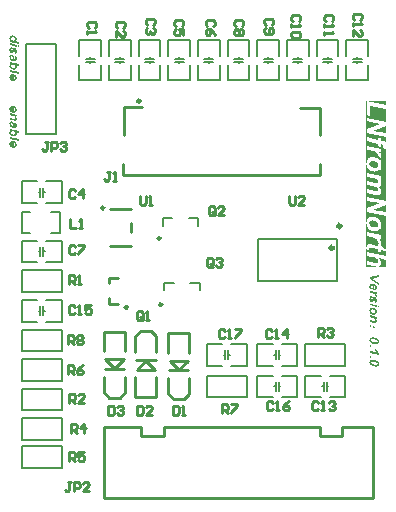
<source format=gto>
G04*
G04 #@! TF.GenerationSoftware,Altium Limited,Altium Designer,20.0.9 (164)*
G04*
G04 Layer_Color=65535*
%FSLAX25Y25*%
%MOIN*%
G70*
G01*
G75*
%ADD10C,0.01000*%
%ADD11C,0.00980*%
%ADD12C,0.00984*%
%ADD13C,0.01181*%
%ADD14C,0.00787*%
%ADD15C,0.00600*%
%ADD16C,0.00800*%
G36*
X263563Y492495D02*
X263613Y492491D01*
X263669Y492482D01*
X263734Y492472D01*
X263808Y492458D01*
X263881Y492445D01*
X263960Y492421D01*
X264043Y492398D01*
X264131Y492366D01*
X264219Y492329D01*
X264306Y492287D01*
X264394Y492237D01*
X264477Y492181D01*
X264482Y492177D01*
X264496Y492167D01*
X264519Y492149D01*
X264547Y492121D01*
X264584Y492093D01*
X264621Y492052D01*
X264662Y492006D01*
X264704Y491955D01*
X264745Y491899D01*
X264787Y491835D01*
X264824Y491765D01*
X264861Y491691D01*
X264889Y491613D01*
X264912Y491525D01*
X264926Y491437D01*
X264930Y491340D01*
Y491317D01*
X264926Y491294D01*
Y491262D01*
X264921Y491225D01*
X264912Y491179D01*
X264898Y491128D01*
X264884Y491072D01*
X264865Y491017D01*
X264838Y490957D01*
X264810Y490897D01*
X264773Y490841D01*
X264732Y490781D01*
X264681Y490726D01*
X264621Y490675D01*
X264556Y490629D01*
X265757Y490366D01*
Y489747D01*
X262560Y490449D01*
Y491036D01*
X262805Y490985D01*
X262796Y490994D01*
X262777Y491012D01*
X262750Y491049D01*
X262713Y491091D01*
X262676Y491142D01*
X262634Y491197D01*
X262602Y491257D01*
X262569Y491322D01*
X262565Y491331D01*
X262560Y491350D01*
X262546Y491387D01*
X262537Y491433D01*
X262523Y491488D01*
X262509Y491548D01*
X262505Y491622D01*
X262500Y491696D01*
Y491728D01*
X262505Y491756D01*
X262509Y491788D01*
X262514Y491821D01*
X262532Y491904D01*
X262560Y491996D01*
X262602Y492093D01*
X262629Y492144D01*
X262666Y492191D01*
X262703Y492237D01*
X262745Y492278D01*
X262750Y492283D01*
X262759Y492287D01*
X262773Y492297D01*
X262791Y492311D01*
X262814Y492329D01*
X262846Y492347D01*
X262883Y492366D01*
X262930Y492389D01*
X262976Y492408D01*
X263031Y492431D01*
X263091Y492449D01*
X263156Y492463D01*
X263225Y492482D01*
X263299Y492491D01*
X263382Y492495D01*
X263470Y492500D01*
X263475D01*
X263493D01*
X263526D01*
X263563Y492495D01*
D02*
G37*
G36*
X264879Y489368D02*
Y488744D01*
X262560Y489234D01*
Y489853D01*
X264879Y489368D01*
D02*
G37*
G36*
X265757Y489183D02*
Y488564D01*
X265194Y488679D01*
Y489303D01*
X265757Y489183D01*
D02*
G37*
G36*
X263299Y488088D02*
X263290Y488083D01*
X263267Y488074D01*
X263235Y488056D01*
X263193Y488032D01*
X263147Y488005D01*
X263101Y487972D01*
X263059Y487931D01*
X263027Y487889D01*
X263022Y487885D01*
X263013Y487866D01*
X263004Y487838D01*
X262990Y487802D01*
X262971Y487755D01*
X262962Y487700D01*
X262953Y487635D01*
X262948Y487561D01*
Y487524D01*
X262953Y487487D01*
X262962Y487436D01*
X262971Y487381D01*
X262985Y487321D01*
X263008Y487265D01*
X263040Y487215D01*
X263045Y487210D01*
X263054Y487201D01*
X263068Y487187D01*
X263087Y487169D01*
X263138Y487136D01*
X263165Y487127D01*
X263202Y487122D01*
X263207D01*
X263211D01*
X263239Y487127D01*
X263276Y487141D01*
X263313Y487169D01*
X263318Y487173D01*
X263322Y487178D01*
X263332Y487196D01*
X263346Y487219D01*
X263364Y487256D01*
X263387Y487302D01*
X263410Y487358D01*
X263433Y487432D01*
Y487436D01*
X263442Y487455D01*
X263452Y487487D01*
X263466Y487524D01*
X263479Y487566D01*
X263498Y487617D01*
X263540Y487732D01*
X263590Y487852D01*
X263636Y487968D01*
X263664Y488023D01*
X263687Y488069D01*
X263710Y488106D01*
X263729Y488139D01*
X263738Y488148D01*
X263761Y488171D01*
X263798Y488203D01*
X263849Y488240D01*
X263914Y488282D01*
X263992Y488314D01*
X264080Y488337D01*
X264126Y488342D01*
X264177Y488347D01*
X264182D01*
X264191D01*
X264205D01*
X264223Y488342D01*
X264274Y488337D01*
X264339Y488319D01*
X264413Y488296D01*
X264491Y488259D01*
X264570Y488208D01*
X264611Y488180D01*
X264648Y488143D01*
X264653Y488139D01*
X264662Y488130D01*
X264676Y488111D01*
X264694Y488088D01*
X264713Y488060D01*
X264736Y488023D01*
X264764Y487982D01*
X264791Y487931D01*
X264815Y487871D01*
X264842Y487811D01*
X264865Y487741D01*
X264889Y487663D01*
X264902Y487580D01*
X264916Y487492D01*
X264926Y487395D01*
X264930Y487293D01*
Y487252D01*
X264926Y487219D01*
Y487182D01*
X264921Y487141D01*
X264912Y487039D01*
X264889Y486933D01*
X264861Y486817D01*
X264819Y486711D01*
X264791Y486665D01*
X264764Y486619D01*
Y486614D01*
X264755Y486610D01*
X264736Y486582D01*
X264699Y486540D01*
X264648Y486494D01*
X264584Y486443D01*
X264510Y486397D01*
X264422Y486355D01*
X264320Y486323D01*
X264223Y486901D01*
X264228D01*
X264242Y486910D01*
X264265Y486919D01*
X264293Y486938D01*
X264325Y486956D01*
X264353Y486984D01*
X264385Y487016D01*
X264408Y487053D01*
X264413Y487058D01*
X264422Y487076D01*
X264436Y487109D01*
X264454Y487145D01*
X264468Y487196D01*
X264482Y487252D01*
X264491Y487316D01*
X264496Y487390D01*
Y487423D01*
X264491Y487460D01*
X264487Y487501D01*
X264477Y487547D01*
X264468Y487594D01*
X264450Y487640D01*
X264426Y487677D01*
X264422Y487681D01*
X264417Y487691D01*
X264403Y487704D01*
X264385Y487718D01*
X264339Y487746D01*
X264311Y487755D01*
X264279Y487760D01*
X264274D01*
X264265D01*
X264246Y487755D01*
X264228Y487751D01*
X264205Y487741D01*
X264182Y487723D01*
X264159Y487704D01*
X264136Y487677D01*
Y487672D01*
X264126Y487663D01*
X264117Y487644D01*
X264108Y487612D01*
X264089Y487566D01*
X264080Y487538D01*
X264066Y487501D01*
X264057Y487464D01*
X264043Y487423D01*
X264025Y487376D01*
X264011Y487321D01*
Y487316D01*
X264006Y487302D01*
X263997Y487279D01*
X263988Y487247D01*
X263974Y487210D01*
X263960Y487169D01*
X263928Y487072D01*
X263891Y486970D01*
X263844Y486868D01*
X263821Y486822D01*
X263798Y486776D01*
X263775Y486739D01*
X263752Y486706D01*
Y486702D01*
X263743Y486697D01*
X263720Y486670D01*
X263678Y486637D01*
X263627Y486596D01*
X263563Y486554D01*
X263489Y486517D01*
X263405Y486494D01*
X263359Y486489D01*
X263313Y486485D01*
X263309D01*
X263299D01*
X263281D01*
X263258Y486489D01*
X263230Y486494D01*
X263198Y486499D01*
X263119Y486522D01*
X263031Y486554D01*
X262981Y486577D01*
X262934Y486605D01*
X262883Y486637D01*
X262837Y486674D01*
X262786Y486716D01*
X262740Y486767D01*
X262736Y486771D01*
X262731Y486780D01*
X262717Y486794D01*
X262703Y486817D01*
X262685Y486845D01*
X262666Y486882D01*
X262643Y486924D01*
X262620Y486970D01*
X262597Y487021D01*
X262574Y487081D01*
X262555Y487141D01*
X262537Y487215D01*
X262523Y487289D01*
X262509Y487367D01*
X262505Y487455D01*
X262500Y487547D01*
Y487594D01*
X262505Y487631D01*
Y487672D01*
X262509Y487723D01*
X262514Y487774D01*
X262523Y487834D01*
X262546Y487958D01*
X262574Y488088D01*
X262620Y488213D01*
X262648Y488268D01*
X262680Y488323D01*
Y488328D01*
X262689Y488337D01*
X262699Y488351D01*
X262713Y488370D01*
X262759Y488416D01*
X262814Y488471D01*
X262888Y488531D01*
X262981Y488596D01*
X263082Y488652D01*
X263202Y488693D01*
X263299Y488088D01*
D02*
G37*
G36*
X263230Y486101D02*
X263258D01*
X263290Y486097D01*
X263364Y486078D01*
X263452Y486055D01*
X263540Y486018D01*
X263627Y485967D01*
X263669Y485940D01*
X263706Y485903D01*
X263710Y485898D01*
X263715Y485893D01*
X263724Y485880D01*
X263738Y485861D01*
X263752Y485838D01*
X263771Y485810D01*
X263789Y485773D01*
X263812Y485732D01*
X263831Y485685D01*
X263854Y485630D01*
X263872Y485570D01*
X263891Y485501D01*
X263909Y485427D01*
X263923Y485348D01*
X263937Y485260D01*
X263946Y485163D01*
Y485145D01*
X263951Y485122D01*
Y485089D01*
X263955Y485057D01*
X263960Y485016D01*
X263974Y484923D01*
X263983Y484822D01*
X264001Y484725D01*
X264011Y484678D01*
X264020Y484637D01*
X264029Y484600D01*
X264038Y484567D01*
X264043D01*
X264062Y484563D01*
X264085Y484554D01*
X264112Y484544D01*
X264182Y484530D01*
X264214Y484526D01*
X264246D01*
X264251D01*
X264265D01*
X264279Y484530D01*
X264302Y484535D01*
X264330Y484544D01*
X264357Y484563D01*
X264385Y484581D01*
X264413Y484609D01*
X264417Y484614D01*
X264422Y484623D01*
X264436Y484641D01*
X264450Y484669D01*
X264459Y484706D01*
X264473Y484743D01*
X264477Y484794D01*
X264482Y484849D01*
Y484877D01*
X264477Y484909D01*
X264473Y484946D01*
X264463Y484988D01*
X264454Y485034D01*
X264436Y485076D01*
X264413Y485117D01*
X264408Y485122D01*
X264399Y485131D01*
X264385Y485150D01*
X264362Y485168D01*
X264334Y485191D01*
X264302Y485214D01*
X264265Y485233D01*
X264223Y485247D01*
X264274Y485856D01*
X264279D01*
X264288Y485852D01*
X264302Y485847D01*
X264325Y485838D01*
X264380Y485810D01*
X264450Y485773D01*
X264524Y485722D01*
X264607Y485662D01*
X264685Y485584D01*
X264755Y485496D01*
Y485492D01*
X264764Y485482D01*
X264773Y485468D01*
X264782Y485450D01*
X264796Y485422D01*
X264810Y485390D01*
X264824Y485353D01*
X264842Y485311D01*
X264861Y485265D01*
X264875Y485210D01*
X264889Y485154D01*
X264902Y485094D01*
X264921Y484956D01*
X264930Y484803D01*
Y484761D01*
X264926Y484729D01*
Y484692D01*
X264921Y484651D01*
X264907Y484554D01*
X264889Y484443D01*
X264856Y484337D01*
X264810Y484230D01*
X264782Y484184D01*
X264750Y484142D01*
Y484138D01*
X264741Y484133D01*
X264718Y484110D01*
X264681Y484073D01*
X264625Y484031D01*
X264561Y483995D01*
X264487Y483958D01*
X264403Y483934D01*
X264357Y483925D01*
X264306D01*
X264302D01*
X264288D01*
X264269D01*
X264242Y483930D01*
X264209D01*
X264172Y483934D01*
X264085Y483948D01*
X264080D01*
X264057Y483953D01*
X264043Y483958D01*
X264020D01*
X263997Y483967D01*
X263965Y483972D01*
X263928Y483981D01*
X263881Y483990D01*
X263831Y483999D01*
X263775Y484008D01*
X263710Y484022D01*
X263636Y484041D01*
X263553Y484059D01*
X263466Y484078D01*
X263461D01*
X263447Y484082D01*
X263429Y484087D01*
X263401Y484092D01*
X263364Y484096D01*
X263327Y484105D01*
X263239Y484119D01*
X263142Y484138D01*
X263050Y484152D01*
X262962Y484161D01*
X262920Y484165D01*
X262888D01*
X262883D01*
X262860D01*
X262833Y484161D01*
X262791D01*
X262745Y484152D01*
X262689Y484142D01*
X262625Y484133D01*
X262560Y484115D01*
Y484720D01*
X262565D01*
X262583Y484725D01*
X262606Y484734D01*
X262639Y484743D01*
X262680Y484748D01*
X262722Y484757D01*
X262819Y484766D01*
X262814Y484771D01*
X262796Y484789D01*
X262768Y484822D01*
X262731Y484859D01*
X262694Y484905D01*
X262657Y484960D01*
X262615Y485020D01*
X262583Y485085D01*
X262579Y485094D01*
X262569Y485117D01*
X262555Y485150D01*
X262542Y485196D01*
X262528Y485251D01*
X262514Y485311D01*
X262505Y485376D01*
X262500Y485445D01*
Y485473D01*
X262505Y485492D01*
X262509Y485547D01*
X262523Y485612D01*
X262546Y485685D01*
X262579Y485769D01*
X262625Y485847D01*
X262685Y485921D01*
X262694Y485930D01*
X262717Y485949D01*
X262759Y485981D01*
X262819Y486014D01*
X262888Y486046D01*
X262971Y486078D01*
X263068Y486097D01*
X263175Y486106D01*
X263179D01*
X263188D01*
X263207D01*
X263230Y486101D01*
D02*
G37*
G36*
X265757Y482987D02*
Y482368D01*
X264685Y482595D01*
X264690Y482585D01*
X264708Y482567D01*
X264732Y482535D01*
X264759Y482488D01*
X264787Y482442D01*
X264819Y482387D01*
X264847Y482331D01*
X264870Y482276D01*
X264875Y482267D01*
X264879Y482248D01*
X264889Y482216D01*
X264902Y482179D01*
X264912Y482128D01*
X264921Y482073D01*
X264926Y482008D01*
X264930Y481943D01*
Y481906D01*
X264926Y481883D01*
X264921Y481851D01*
X264916Y481814D01*
X264898Y481731D01*
X264870Y481638D01*
X264824Y481537D01*
X264796Y481491D01*
X264764Y481440D01*
X264727Y481393D01*
X264681Y481352D01*
X264676Y481347D01*
X264671Y481343D01*
X264653Y481333D01*
X264634Y481315D01*
X264611Y481301D01*
X264579Y481283D01*
X264542Y481259D01*
X264500Y481241D01*
X264450Y481218D01*
X264399Y481200D01*
X264339Y481181D01*
X264274Y481163D01*
X264205Y481149D01*
X264131Y481139D01*
X264052Y481135D01*
X263965Y481130D01*
X263960D01*
X263951D01*
X263932D01*
X263909D01*
X263881Y481135D01*
X263849D01*
X263771Y481144D01*
X263678Y481158D01*
X263572Y481176D01*
X263461Y481200D01*
X263350Y481236D01*
X263346D01*
X263336Y481241D01*
X263322Y481246D01*
X263299Y481255D01*
X263248Y481278D01*
X263179Y481310D01*
X263101Y481347D01*
X263022Y481398D01*
X262939Y481449D01*
X262865Y481514D01*
X262856Y481523D01*
X262833Y481546D01*
X262800Y481578D01*
X262763Y481625D01*
X262717Y481680D01*
X262671Y481745D01*
X262625Y481809D01*
X262588Y481883D01*
X262583Y481892D01*
X262574Y481916D01*
X262560Y481952D01*
X262546Y482003D01*
X262528Y482063D01*
X262514Y482133D01*
X262505Y482202D01*
X262500Y482281D01*
Y482304D01*
X262505Y482327D01*
X262509Y482364D01*
X262514Y482405D01*
X262523Y482451D01*
X262537Y482502D01*
X262555Y482558D01*
X262579Y482618D01*
X262606Y482678D01*
X262643Y482738D01*
X262685Y482803D01*
X262731Y482858D01*
X262791Y482913D01*
X262856Y482969D01*
X262934Y483015D01*
X262560Y483094D01*
Y483657D01*
X265757Y482987D01*
D02*
G37*
G36*
Y480243D02*
Y479624D01*
X262560Y480294D01*
Y480913D01*
X265757Y480243D01*
D02*
G37*
G36*
X263655Y479583D02*
X263697Y479578D01*
X263747Y479573D01*
X263803Y479564D01*
X263863Y479555D01*
X263992Y479522D01*
X264062Y479499D01*
X264136Y479476D01*
X264209Y479444D01*
X264283Y479412D01*
X264357Y479370D01*
X264426Y479324D01*
X264431Y479319D01*
X264450Y479305D01*
X264473Y479287D01*
X264505Y479259D01*
X264542Y479217D01*
X264588Y479176D01*
X264630Y479120D01*
X264681Y479060D01*
X264727Y478991D01*
X264773Y478913D01*
X264815Y478829D01*
X264852Y478737D01*
X264884Y478640D01*
X264907Y478534D01*
X264926Y478418D01*
X264930Y478298D01*
Y478257D01*
X264926Y478229D01*
X264921Y478192D01*
X264916Y478150D01*
X264907Y478104D01*
X264898Y478053D01*
X264865Y477942D01*
X264847Y477887D01*
X264819Y477832D01*
X264787Y477776D01*
X264755Y477721D01*
X264713Y477670D01*
X264667Y477619D01*
X264662Y477614D01*
X264653Y477610D01*
X264639Y477596D01*
X264621Y477577D01*
X264593Y477559D01*
X264561Y477540D01*
X264519Y477517D01*
X264477Y477490D01*
X264426Y477466D01*
X264371Y477443D01*
X264311Y477425D01*
X264242Y477407D01*
X264172Y477388D01*
X264094Y477374D01*
X264015Y477369D01*
X263928Y477365D01*
X263923D01*
X263918D01*
X263891D01*
X263844D01*
X263794Y477369D01*
X263729Y477374D01*
X263660Y477383D01*
X263521Y477411D01*
Y478982D01*
X263516D01*
X263498D01*
X263479Y478987D01*
X263461D01*
X263456D01*
X263452D01*
X263424D01*
X263382Y478977D01*
X263327Y478968D01*
X263267Y478954D01*
X263207Y478931D01*
X263142Y478899D01*
X263087Y478857D01*
X263082Y478853D01*
X263064Y478834D01*
X263045Y478806D01*
X263017Y478765D01*
X262994Y478719D01*
X262971Y478663D01*
X262953Y478598D01*
X262948Y478529D01*
Y478497D01*
X262953Y478478D01*
X262957Y478451D01*
X262967Y478418D01*
X262990Y478349D01*
X263004Y478312D01*
X263027Y478270D01*
X263054Y478229D01*
X263087Y478192D01*
X263124Y478150D01*
X263165Y478109D01*
X263216Y478072D01*
X263271Y478039D01*
X263179Y477480D01*
X263175D01*
X263165Y477490D01*
X263147Y477499D01*
X263124Y477513D01*
X263096Y477527D01*
X263064Y477550D01*
X262985Y477596D01*
X262902Y477661D01*
X262819Y477739D01*
X262736Y477827D01*
X262666Y477924D01*
Y477928D01*
X262657Y477938D01*
X262652Y477952D01*
X262639Y477970D01*
X262629Y477998D01*
X262615Y478025D01*
X262583Y478104D01*
X262551Y478192D01*
X262528Y478298D01*
X262509Y478409D01*
X262500Y478534D01*
Y478580D01*
X262505Y478612D01*
X262509Y478654D01*
X262514Y478700D01*
X262523Y478751D01*
X262537Y478806D01*
X262574Y478926D01*
X262597Y478991D01*
X262625Y479056D01*
X262657Y479116D01*
X262699Y479180D01*
X262745Y479241D01*
X262796Y479296D01*
X262800Y479301D01*
X262809Y479310D01*
X262828Y479324D01*
X262851Y479342D01*
X262879Y479365D01*
X262916Y479388D01*
X262957Y479416D01*
X263004Y479439D01*
X263059Y479467D01*
X263115Y479495D01*
X263179Y479518D01*
X263248Y479541D01*
X263322Y479559D01*
X263405Y479573D01*
X263489Y479583D01*
X263577Y479587D01*
X263581D01*
X263600D01*
X263623D01*
X263655Y479583D01*
D02*
G37*
G36*
Y468995D02*
X263697Y468991D01*
X263747Y468986D01*
X263803Y468977D01*
X263863Y468968D01*
X263992Y468935D01*
X264062Y468912D01*
X264136Y468889D01*
X264209Y468857D01*
X264283Y468824D01*
X264357Y468783D01*
X264426Y468737D01*
X264431Y468732D01*
X264450Y468718D01*
X264473Y468700D01*
X264505Y468672D01*
X264542Y468630D01*
X264588Y468589D01*
X264630Y468533D01*
X264681Y468473D01*
X264727Y468404D01*
X264773Y468326D01*
X264815Y468242D01*
X264852Y468150D01*
X264884Y468053D01*
X264907Y467947D01*
X264926Y467831D01*
X264930Y467711D01*
Y467669D01*
X264926Y467642D01*
X264921Y467605D01*
X264916Y467563D01*
X264907Y467517D01*
X264898Y467466D01*
X264865Y467355D01*
X264847Y467300D01*
X264819Y467244D01*
X264787Y467189D01*
X264755Y467134D01*
X264713Y467083D01*
X264667Y467032D01*
X264662Y467027D01*
X264653Y467023D01*
X264639Y467009D01*
X264621Y466990D01*
X264593Y466972D01*
X264561Y466953D01*
X264519Y466930D01*
X264477Y466902D01*
X264426Y466879D01*
X264371Y466856D01*
X264311Y466838D01*
X264242Y466819D01*
X264172Y466801D01*
X264094Y466787D01*
X264015Y466782D01*
X263928Y466778D01*
X263923D01*
X263918D01*
X263891D01*
X263844D01*
X263794Y466782D01*
X263729Y466787D01*
X263660Y466796D01*
X263521Y466824D01*
Y468395D01*
X263516D01*
X263498D01*
X263479Y468399D01*
X263461D01*
X263456D01*
X263452D01*
X263424D01*
X263382Y468390D01*
X263327Y468381D01*
X263267Y468367D01*
X263207Y468344D01*
X263142Y468312D01*
X263087Y468270D01*
X263082Y468265D01*
X263064Y468247D01*
X263045Y468219D01*
X263017Y468178D01*
X262994Y468131D01*
X262971Y468076D01*
X262953Y468011D01*
X262948Y467942D01*
Y467910D01*
X262953Y467891D01*
X262957Y467864D01*
X262967Y467831D01*
X262990Y467762D01*
X263004Y467725D01*
X263027Y467683D01*
X263054Y467642D01*
X263087Y467605D01*
X263124Y467563D01*
X263165Y467522D01*
X263216Y467485D01*
X263271Y467452D01*
X263179Y466893D01*
X263175D01*
X263165Y466902D01*
X263147Y466912D01*
X263124Y466926D01*
X263096Y466939D01*
X263064Y466963D01*
X262985Y467009D01*
X262902Y467073D01*
X262819Y467152D01*
X262736Y467240D01*
X262666Y467337D01*
Y467341D01*
X262657Y467351D01*
X262652Y467365D01*
X262639Y467383D01*
X262629Y467411D01*
X262615Y467438D01*
X262583Y467517D01*
X262551Y467605D01*
X262528Y467711D01*
X262509Y467822D01*
X262500Y467947D01*
Y467993D01*
X262505Y468025D01*
X262509Y468067D01*
X262514Y468113D01*
X262523Y468164D01*
X262537Y468219D01*
X262574Y468339D01*
X262597Y468404D01*
X262625Y468469D01*
X262657Y468529D01*
X262699Y468593D01*
X262745Y468653D01*
X262796Y468709D01*
X262800Y468714D01*
X262809Y468723D01*
X262828Y468737D01*
X262851Y468755D01*
X262879Y468778D01*
X262916Y468801D01*
X262957Y468829D01*
X263004Y468852D01*
X263059Y468880D01*
X263115Y468908D01*
X263179Y468931D01*
X263248Y468954D01*
X263322Y468972D01*
X263405Y468986D01*
X263489Y468995D01*
X263577Y469000D01*
X263581D01*
X263600D01*
X263623D01*
X263655Y468995D01*
D02*
G37*
G36*
X264879Y466099D02*
Y465507D01*
X264574Y465567D01*
Y465563D01*
X264584Y465558D01*
X264607Y465530D01*
X264639Y465484D01*
X264681Y465429D01*
X264722Y465364D01*
X264768Y465295D01*
X264810Y465221D01*
X264847Y465147D01*
X264852Y465138D01*
X264861Y465115D01*
X264875Y465073D01*
X264889Y465022D01*
X264902Y464962D01*
X264916Y464893D01*
X264926Y464819D01*
X264930Y464740D01*
Y464713D01*
X264926Y464694D01*
X264921Y464639D01*
X264912Y464574D01*
X264889Y464500D01*
X264861Y464426D01*
X264819Y464352D01*
X264764Y464283D01*
X264755Y464274D01*
X264736Y464255D01*
X264699Y464232D01*
X264648Y464200D01*
X264584Y464167D01*
X264510Y464144D01*
X264426Y464126D01*
X264330Y464117D01*
X264325D01*
X264306D01*
X264274Y464121D01*
X264223Y464130D01*
X264163Y464140D01*
X264080Y464154D01*
X264034Y464163D01*
X263983Y464172D01*
X263928Y464186D01*
X263867Y464200D01*
X262560Y464482D01*
Y465101D01*
X263872Y464819D01*
X263877D01*
X263886Y464814D01*
X263900D01*
X263918Y464810D01*
X263969Y464800D01*
X264025Y464787D01*
X264085Y464777D01*
X264145Y464768D01*
X264191Y464759D01*
X264209Y464754D01*
X264223D01*
X264228D01*
X264242D01*
X264265Y464759D01*
X264293Y464763D01*
X264320Y464773D01*
X264353Y464787D01*
X264385Y464805D01*
X264413Y464828D01*
X264417Y464833D01*
X264422Y464842D01*
X264436Y464856D01*
X264450Y464879D01*
X264459Y464907D01*
X264473Y464939D01*
X264477Y464981D01*
X264482Y465027D01*
Y465050D01*
X264477Y465078D01*
X264468Y465119D01*
X264454Y465165D01*
X264431Y465216D01*
X264403Y465272D01*
X264367Y465336D01*
X264362Y465346D01*
X264343Y465364D01*
X264320Y465396D01*
X264283Y465433D01*
X264242Y465475D01*
X264191Y465521D01*
X264131Y465563D01*
X264062Y465604D01*
X264057Y465609D01*
X264034Y465618D01*
X263997Y465632D01*
X263969Y465641D01*
X263941Y465651D01*
X263905Y465660D01*
X263867Y465674D01*
X263821Y465688D01*
X263771Y465701D01*
X263715Y465715D01*
X263650Y465734D01*
X263581Y465747D01*
X263507Y465766D01*
X262560Y465965D01*
Y466584D01*
X264879Y466099D01*
D02*
G37*
G36*
X263230Y463839D02*
X263258D01*
X263290Y463835D01*
X263364Y463816D01*
X263452Y463793D01*
X263540Y463756D01*
X263627Y463705D01*
X263669Y463678D01*
X263706Y463641D01*
X263710Y463636D01*
X263715Y463632D01*
X263724Y463618D01*
X263738Y463599D01*
X263752Y463576D01*
X263771Y463548D01*
X263789Y463511D01*
X263812Y463470D01*
X263831Y463424D01*
X263854Y463368D01*
X263872Y463308D01*
X263891Y463239D01*
X263909Y463165D01*
X263923Y463086D01*
X263937Y462999D01*
X263946Y462902D01*
Y462883D01*
X263951Y462860D01*
Y462828D01*
X263955Y462795D01*
X263960Y462754D01*
X263974Y462661D01*
X263983Y462560D01*
X264001Y462463D01*
X264011Y462417D01*
X264020Y462375D01*
X264029Y462338D01*
X264038Y462306D01*
X264043D01*
X264062Y462301D01*
X264085Y462292D01*
X264112Y462283D01*
X264182Y462269D01*
X264214Y462264D01*
X264246D01*
X264251D01*
X264265D01*
X264279Y462269D01*
X264302Y462273D01*
X264330Y462283D01*
X264357Y462301D01*
X264385Y462320D01*
X264413Y462347D01*
X264417Y462352D01*
X264422Y462361D01*
X264436Y462380D01*
X264450Y462407D01*
X264459Y462444D01*
X264473Y462481D01*
X264477Y462532D01*
X264482Y462587D01*
Y462615D01*
X264477Y462647D01*
X264473Y462684D01*
X264463Y462726D01*
X264454Y462772D01*
X264436Y462814D01*
X264413Y462855D01*
X264408Y462860D01*
X264399Y462869D01*
X264385Y462888D01*
X264362Y462906D01*
X264334Y462929D01*
X264302Y462952D01*
X264265Y462971D01*
X264223Y462985D01*
X264274Y463595D01*
X264279D01*
X264288Y463590D01*
X264302Y463585D01*
X264325Y463576D01*
X264380Y463548D01*
X264450Y463511D01*
X264524Y463461D01*
X264607Y463401D01*
X264685Y463322D01*
X264755Y463234D01*
Y463230D01*
X264764Y463220D01*
X264773Y463206D01*
X264782Y463188D01*
X264796Y463160D01*
X264810Y463128D01*
X264824Y463091D01*
X264842Y463049D01*
X264861Y463003D01*
X264875Y462948D01*
X264889Y462892D01*
X264902Y462832D01*
X264921Y462694D01*
X264930Y462541D01*
Y462500D01*
X264926Y462467D01*
Y462430D01*
X264921Y462389D01*
X264907Y462292D01*
X264889Y462181D01*
X264856Y462075D01*
X264810Y461968D01*
X264782Y461922D01*
X264750Y461881D01*
Y461876D01*
X264741Y461871D01*
X264718Y461848D01*
X264681Y461811D01*
X264625Y461770D01*
X264561Y461733D01*
X264487Y461696D01*
X264403Y461673D01*
X264357Y461663D01*
X264306D01*
X264302D01*
X264288D01*
X264269D01*
X264242Y461668D01*
X264209D01*
X264172Y461673D01*
X264085Y461687D01*
X264080D01*
X264057Y461691D01*
X264043Y461696D01*
X264020D01*
X263997Y461705D01*
X263965Y461710D01*
X263928Y461719D01*
X263881Y461728D01*
X263831Y461737D01*
X263775Y461747D01*
X263710Y461761D01*
X263636Y461779D01*
X263553Y461797D01*
X263466Y461816D01*
X263461D01*
X263447Y461821D01*
X263429Y461825D01*
X263401Y461830D01*
X263364Y461834D01*
X263327Y461844D01*
X263239Y461858D01*
X263142Y461876D01*
X263050Y461890D01*
X262962Y461899D01*
X262920Y461904D01*
X262888D01*
X262883D01*
X262860D01*
X262833Y461899D01*
X262791D01*
X262745Y461890D01*
X262689Y461881D01*
X262625Y461871D01*
X262560Y461853D01*
Y462458D01*
X262565D01*
X262583Y462463D01*
X262606Y462472D01*
X262639Y462481D01*
X262680Y462486D01*
X262722Y462495D01*
X262819Y462504D01*
X262814Y462509D01*
X262796Y462527D01*
X262768Y462560D01*
X262731Y462597D01*
X262694Y462643D01*
X262657Y462698D01*
X262615Y462758D01*
X262583Y462823D01*
X262579Y462832D01*
X262569Y462855D01*
X262555Y462888D01*
X262542Y462934D01*
X262528Y462989D01*
X262514Y463049D01*
X262505Y463114D01*
X262500Y463183D01*
Y463211D01*
X262505Y463230D01*
X262509Y463285D01*
X262523Y463350D01*
X262546Y463424D01*
X262579Y463507D01*
X262625Y463585D01*
X262685Y463659D01*
X262694Y463668D01*
X262717Y463687D01*
X262759Y463719D01*
X262819Y463752D01*
X262888Y463784D01*
X262971Y463816D01*
X263068Y463835D01*
X263175Y463844D01*
X263179D01*
X263188D01*
X263207D01*
X263230Y463839D01*
D02*
G37*
G36*
X265757Y460726D02*
Y460107D01*
X264685Y460333D01*
X264690Y460324D01*
X264708Y460305D01*
X264732Y460273D01*
X264759Y460227D01*
X264787Y460180D01*
X264819Y460125D01*
X264847Y460070D01*
X264870Y460014D01*
X264875Y460005D01*
X264879Y459986D01*
X264889Y459954D01*
X264902Y459917D01*
X264912Y459866D01*
X264921Y459811D01*
X264926Y459746D01*
X264930Y459682D01*
Y459645D01*
X264926Y459621D01*
X264921Y459589D01*
X264916Y459552D01*
X264898Y459469D01*
X264870Y459376D01*
X264824Y459275D01*
X264796Y459229D01*
X264764Y459178D01*
X264727Y459132D01*
X264681Y459090D01*
X264676Y459086D01*
X264671Y459081D01*
X264653Y459072D01*
X264634Y459053D01*
X264611Y459039D01*
X264579Y459021D01*
X264542Y458998D01*
X264500Y458979D01*
X264450Y458956D01*
X264399Y458938D01*
X264339Y458919D01*
X264274Y458901D01*
X264205Y458887D01*
X264131Y458878D01*
X264052Y458873D01*
X263965Y458868D01*
X263960D01*
X263951D01*
X263932D01*
X263909D01*
X263881Y458873D01*
X263849D01*
X263771Y458882D01*
X263678Y458896D01*
X263572Y458915D01*
X263461Y458938D01*
X263350Y458975D01*
X263346D01*
X263336Y458979D01*
X263322Y458984D01*
X263299Y458993D01*
X263248Y459016D01*
X263179Y459049D01*
X263101Y459086D01*
X263022Y459136D01*
X262939Y459187D01*
X262865Y459252D01*
X262856Y459261D01*
X262833Y459284D01*
X262800Y459316D01*
X262763Y459363D01*
X262717Y459418D01*
X262671Y459483D01*
X262625Y459548D01*
X262588Y459621D01*
X262583Y459631D01*
X262574Y459654D01*
X262560Y459691D01*
X262546Y459741D01*
X262528Y459802D01*
X262514Y459871D01*
X262505Y459940D01*
X262500Y460019D01*
Y460042D01*
X262505Y460065D01*
X262509Y460102D01*
X262514Y460144D01*
X262523Y460190D01*
X262537Y460241D01*
X262555Y460296D01*
X262579Y460356D01*
X262606Y460416D01*
X262643Y460476D01*
X262685Y460541D01*
X262731Y460596D01*
X262791Y460652D01*
X262856Y460707D01*
X262934Y460753D01*
X262560Y460832D01*
Y461396D01*
X265757Y460726D01*
D02*
G37*
G36*
Y457981D02*
Y457362D01*
X262560Y458032D01*
Y458651D01*
X265757Y457981D01*
D02*
G37*
G36*
X263655Y457321D02*
X263697Y457316D01*
X263747Y457311D01*
X263803Y457302D01*
X263863Y457293D01*
X263992Y457261D01*
X264062Y457237D01*
X264136Y457214D01*
X264209Y457182D01*
X264283Y457150D01*
X264357Y457108D01*
X264426Y457062D01*
X264431Y457057D01*
X264450Y457043D01*
X264473Y457025D01*
X264505Y456997D01*
X264542Y456956D01*
X264588Y456914D01*
X264630Y456859D01*
X264681Y456799D01*
X264727Y456729D01*
X264773Y456651D01*
X264815Y456568D01*
X264852Y456475D01*
X264884Y456378D01*
X264907Y456272D01*
X264926Y456156D01*
X264930Y456036D01*
Y455995D01*
X264926Y455967D01*
X264921Y455930D01*
X264916Y455888D01*
X264907Y455842D01*
X264898Y455791D01*
X264865Y455681D01*
X264847Y455625D01*
X264819Y455570D01*
X264787Y455514D01*
X264755Y455459D01*
X264713Y455408D01*
X264667Y455357D01*
X264662Y455352D01*
X264653Y455348D01*
X264639Y455334D01*
X264621Y455316D01*
X264593Y455297D01*
X264561Y455279D01*
X264519Y455256D01*
X264477Y455228D01*
X264426Y455205D01*
X264371Y455182D01*
X264311Y455163D01*
X264242Y455145D01*
X264172Y455126D01*
X264094Y455112D01*
X264015Y455108D01*
X263928Y455103D01*
X263923D01*
X263918D01*
X263891D01*
X263844D01*
X263794Y455108D01*
X263729Y455112D01*
X263660Y455122D01*
X263521Y455149D01*
Y456720D01*
X263516D01*
X263498D01*
X263479Y456725D01*
X263461D01*
X263456D01*
X263452D01*
X263424D01*
X263382Y456715D01*
X263327Y456706D01*
X263267Y456692D01*
X263207Y456669D01*
X263142Y456637D01*
X263087Y456595D01*
X263082Y456591D01*
X263064Y456572D01*
X263045Y456544D01*
X263017Y456503D01*
X262994Y456457D01*
X262971Y456401D01*
X262953Y456337D01*
X262948Y456267D01*
Y456235D01*
X262953Y456216D01*
X262957Y456189D01*
X262967Y456156D01*
X262990Y456087D01*
X263004Y456050D01*
X263027Y456009D01*
X263054Y455967D01*
X263087Y455930D01*
X263124Y455888D01*
X263165Y455847D01*
X263216Y455810D01*
X263271Y455778D01*
X263179Y455219D01*
X263175D01*
X263165Y455228D01*
X263147Y455237D01*
X263124Y455251D01*
X263096Y455265D01*
X263064Y455288D01*
X262985Y455334D01*
X262902Y455399D01*
X262819Y455477D01*
X262736Y455565D01*
X262666Y455662D01*
Y455667D01*
X262657Y455676D01*
X262652Y455690D01*
X262639Y455708D01*
X262629Y455736D01*
X262615Y455764D01*
X262583Y455842D01*
X262551Y455930D01*
X262528Y456036D01*
X262509Y456147D01*
X262500Y456272D01*
Y456318D01*
X262505Y456350D01*
X262509Y456392D01*
X262514Y456438D01*
X262523Y456489D01*
X262537Y456544D01*
X262574Y456665D01*
X262597Y456729D01*
X262625Y456794D01*
X262657Y456854D01*
X262699Y456919D01*
X262745Y456979D01*
X262796Y457034D01*
X262800Y457039D01*
X262809Y457048D01*
X262828Y457062D01*
X262851Y457080D01*
X262879Y457103D01*
X262916Y457127D01*
X262957Y457154D01*
X263004Y457177D01*
X263059Y457205D01*
X263115Y457233D01*
X263179Y457256D01*
X263248Y457279D01*
X263322Y457298D01*
X263405Y457311D01*
X263489Y457321D01*
X263577Y457325D01*
X263581D01*
X263600D01*
X263623D01*
X263655Y457321D01*
D02*
G37*
G36*
X385766Y411849D02*
X383350Y411447D01*
X385766Y410121D01*
Y409469D01*
X382569Y411234D01*
Y411932D01*
X385766Y412500D01*
Y411849D01*
D02*
G37*
G36*
X383664Y409770D02*
X383706Y409765D01*
X383757Y409760D01*
X383812Y409751D01*
X383872Y409742D01*
X384001Y409710D01*
X384071Y409686D01*
X384145Y409663D01*
X384219Y409631D01*
X384293Y409599D01*
X384366Y409557D01*
X384436Y409511D01*
X384440Y409506D01*
X384459Y409492D01*
X384482Y409474D01*
X384514Y409446D01*
X384551Y409405D01*
X384597Y409363D01*
X384639Y409308D01*
X384690Y409247D01*
X384736Y409178D01*
X384782Y409100D01*
X384824Y409017D01*
X384861Y408924D01*
X384893Y408827D01*
X384916Y408721D01*
X384935Y408605D01*
X384939Y408485D01*
Y408444D01*
X384935Y408416D01*
X384930Y408379D01*
X384926Y408337D01*
X384916Y408291D01*
X384907Y408240D01*
X384875Y408130D01*
X384856Y408074D01*
X384828Y408019D01*
X384796Y407963D01*
X384764Y407908D01*
X384722Y407857D01*
X384676Y407806D01*
X384671Y407801D01*
X384662Y407797D01*
X384648Y407783D01*
X384630Y407764D01*
X384602Y407746D01*
X384570Y407727D01*
X384528Y407704D01*
X384487Y407677D01*
X384436Y407654D01*
X384380Y407630D01*
X384320Y407612D01*
X384251Y407594D01*
X384182Y407575D01*
X384103Y407561D01*
X384025Y407557D01*
X383937Y407552D01*
X383932D01*
X383928D01*
X383900D01*
X383854D01*
X383803Y407557D01*
X383738Y407561D01*
X383669Y407571D01*
X383530Y407598D01*
Y409169D01*
X383526D01*
X383507D01*
X383489Y409174D01*
X383470D01*
X383466D01*
X383461D01*
X383433D01*
X383392Y409164D01*
X383336Y409155D01*
X383276Y409141D01*
X383216Y409118D01*
X383151Y409086D01*
X383096Y409044D01*
X383091Y409040D01*
X383073Y409021D01*
X383054Y408993D01*
X383027Y408952D01*
X383004Y408906D01*
X382980Y408850D01*
X382962Y408785D01*
X382957Y408716D01*
Y408684D01*
X382962Y408665D01*
X382967Y408638D01*
X382976Y408605D01*
X382999Y408536D01*
X383013Y408499D01*
X383036Y408458D01*
X383064Y408416D01*
X383096Y408379D01*
X383133Y408337D01*
X383174Y408296D01*
X383225Y408259D01*
X383281Y408226D01*
X383188Y407667D01*
X383184D01*
X383174Y407677D01*
X383156Y407686D01*
X383133Y407700D01*
X383105Y407714D01*
X383073Y407737D01*
X382994Y407783D01*
X382911Y407848D01*
X382828Y407926D01*
X382745Y408014D01*
X382676Y408111D01*
Y408116D01*
X382666Y408125D01*
X382662Y408139D01*
X382648Y408157D01*
X382639Y408185D01*
X382625Y408213D01*
X382592Y408291D01*
X382560Y408379D01*
X382537Y408485D01*
X382519Y408596D01*
X382509Y408721D01*
Y408767D01*
X382514Y408799D01*
X382519Y408841D01*
X382523Y408887D01*
X382532Y408938D01*
X382546Y408993D01*
X382583Y409114D01*
X382606Y409178D01*
X382634Y409243D01*
X382666Y409303D01*
X382708Y409368D01*
X382754Y409428D01*
X382805Y409483D01*
X382809Y409488D01*
X382819Y409497D01*
X382837Y409511D01*
X382860Y409529D01*
X382888Y409552D01*
X382925Y409576D01*
X382967Y409603D01*
X383013Y409626D01*
X383068Y409654D01*
X383124Y409682D01*
X383188Y409705D01*
X383258Y409728D01*
X383332Y409747D01*
X383415Y409760D01*
X383498Y409770D01*
X383586Y409774D01*
X383590D01*
X383609D01*
X383632D01*
X383664Y409770D01*
D02*
G37*
G36*
X384889Y406919D02*
Y406337D01*
X384440Y406429D01*
X384445Y406425D01*
X384464Y406416D01*
X384487Y406397D01*
X384519Y406374D01*
X384556Y406342D01*
X384597Y406305D01*
X384644Y406263D01*
X384690Y406217D01*
X384782Y406110D01*
X384824Y406055D01*
X384861Y405990D01*
X384893Y405930D01*
X384916Y405861D01*
X384935Y405792D01*
X384939Y405723D01*
Y405699D01*
X384935Y405672D01*
X384930Y405635D01*
X384921Y405593D01*
X384912Y405542D01*
X384893Y405487D01*
X384870Y405431D01*
X384357Y405672D01*
Y405676D01*
X384362Y405686D01*
X384366Y405704D01*
X384376Y405727D01*
X384385Y405787D01*
X384390Y405856D01*
Y405884D01*
X384385Y405917D01*
X384376Y405958D01*
X384357Y406009D01*
X384339Y406064D01*
X384306Y406124D01*
X384265Y406189D01*
X384260Y406198D01*
X384242Y406217D01*
X384214Y406245D01*
X384182Y406282D01*
X384136Y406323D01*
X384080Y406369D01*
X384015Y406411D01*
X383941Y406448D01*
X383932Y406452D01*
X383918Y406457D01*
X383905Y406462D01*
X383881Y406471D01*
X383854Y406480D01*
X383821Y406494D01*
X383784Y406503D01*
X383743Y406517D01*
X383697Y406536D01*
X383641Y406549D01*
X383581Y406563D01*
X383521Y406582D01*
X383452Y406600D01*
X383373Y406614D01*
X383295Y406633D01*
X382569Y406785D01*
Y407404D01*
X384889Y406919D01*
D02*
G37*
G36*
X383309Y405108D02*
X383299Y405103D01*
X383276Y405094D01*
X383244Y405076D01*
X383202Y405053D01*
X383156Y405025D01*
X383110Y404992D01*
X383068Y404951D01*
X383036Y404909D01*
X383031Y404905D01*
X383022Y404886D01*
X383013Y404858D01*
X382999Y404822D01*
X382980Y404775D01*
X382971Y404720D01*
X382962Y404655D01*
X382957Y404581D01*
Y404544D01*
X382962Y404507D01*
X382971Y404457D01*
X382980Y404401D01*
X382994Y404341D01*
X383017Y404286D01*
X383050Y404235D01*
X383054Y404230D01*
X383064Y404221D01*
X383078Y404207D01*
X383096Y404189D01*
X383147Y404156D01*
X383174Y404147D01*
X383211Y404142D01*
X383216D01*
X383221D01*
X383248Y404147D01*
X383285Y404161D01*
X383322Y404189D01*
X383327Y404193D01*
X383332Y404198D01*
X383341Y404216D01*
X383355Y404239D01*
X383373Y404276D01*
X383396Y404323D01*
X383419Y404378D01*
X383442Y404452D01*
Y404457D01*
X383452Y404475D01*
X383461Y404507D01*
X383475Y404544D01*
X383489Y404586D01*
X383507Y404637D01*
X383549Y404752D01*
X383600Y404872D01*
X383646Y404988D01*
X383674Y405043D01*
X383697Y405090D01*
X383720Y405126D01*
X383738Y405159D01*
X383747Y405168D01*
X383770Y405191D01*
X383807Y405224D01*
X383858Y405261D01*
X383923Y405302D01*
X384001Y405334D01*
X384089Y405358D01*
X384136Y405362D01*
X384186Y405367D01*
X384191D01*
X384200D01*
X384214D01*
X384232Y405362D01*
X384283Y405358D01*
X384348Y405339D01*
X384422Y405316D01*
X384501Y405279D01*
X384579Y405228D01*
X384621Y405200D01*
X384658Y405163D01*
X384662Y405159D01*
X384671Y405150D01*
X384685Y405131D01*
X384704Y405108D01*
X384722Y405080D01*
X384745Y405043D01*
X384773Y405002D01*
X384801Y404951D01*
X384824Y404891D01*
X384852Y404831D01*
X384875Y404762D01*
X384898Y404683D01*
X384912Y404600D01*
X384926Y404512D01*
X384935Y404415D01*
X384939Y404313D01*
Y404272D01*
X384935Y404239D01*
Y404203D01*
X384930Y404161D01*
X384921Y404059D01*
X384898Y403953D01*
X384870Y403837D01*
X384828Y403731D01*
X384801Y403685D01*
X384773Y403639D01*
Y403634D01*
X384764Y403630D01*
X384745Y403602D01*
X384708Y403560D01*
X384658Y403514D01*
X384593Y403463D01*
X384519Y403417D01*
X384431Y403375D01*
X384330Y403343D01*
X384232Y403921D01*
X384237D01*
X384251Y403930D01*
X384274Y403939D01*
X384302Y403958D01*
X384334Y403976D01*
X384362Y404004D01*
X384394Y404036D01*
X384417Y404073D01*
X384422Y404078D01*
X384431Y404096D01*
X384445Y404129D01*
X384464Y404166D01*
X384477Y404216D01*
X384491Y404272D01*
X384501Y404337D01*
X384505Y404410D01*
Y404443D01*
X384501Y404480D01*
X384496Y404521D01*
X384487Y404567D01*
X384477Y404614D01*
X384459Y404660D01*
X384436Y404697D01*
X384431Y404701D01*
X384426Y404711D01*
X384413Y404725D01*
X384394Y404738D01*
X384348Y404766D01*
X384320Y404775D01*
X384288Y404780D01*
X384283D01*
X384274D01*
X384256Y404775D01*
X384237Y404771D01*
X384214Y404762D01*
X384191Y404743D01*
X384168Y404725D01*
X384145Y404697D01*
Y404692D01*
X384136Y404683D01*
X384126Y404665D01*
X384117Y404632D01*
X384099Y404586D01*
X384089Y404558D01*
X384075Y404521D01*
X384066Y404484D01*
X384052Y404443D01*
X384034Y404396D01*
X384020Y404341D01*
Y404337D01*
X384015Y404323D01*
X384006Y404299D01*
X383997Y404267D01*
X383983Y404230D01*
X383969Y404189D01*
X383937Y404092D01*
X383900Y403990D01*
X383854Y403888D01*
X383831Y403842D01*
X383807Y403796D01*
X383784Y403759D01*
X383761Y403727D01*
Y403722D01*
X383752Y403717D01*
X383729Y403690D01*
X383687Y403657D01*
X383636Y403616D01*
X383572Y403574D01*
X383498Y403537D01*
X383415Y403514D01*
X383369Y403510D01*
X383322Y403505D01*
X383318D01*
X383309D01*
X383290D01*
X383267Y403510D01*
X383239Y403514D01*
X383207Y403519D01*
X383128Y403542D01*
X383040Y403574D01*
X382990Y403597D01*
X382944Y403625D01*
X382893Y403657D01*
X382846Y403694D01*
X382796Y403736D01*
X382750Y403787D01*
X382745Y403791D01*
X382740Y403800D01*
X382726Y403814D01*
X382713Y403837D01*
X382694Y403865D01*
X382676Y403902D01*
X382652Y403944D01*
X382629Y403990D01*
X382606Y404041D01*
X382583Y404101D01*
X382565Y404161D01*
X382546Y404235D01*
X382532Y404309D01*
X382519Y404387D01*
X382514Y404475D01*
X382509Y404567D01*
Y404614D01*
X382514Y404651D01*
Y404692D01*
X382519Y404743D01*
X382523Y404794D01*
X382532Y404854D01*
X382555Y404979D01*
X382583Y405108D01*
X382629Y405233D01*
X382657Y405288D01*
X382689Y405344D01*
Y405348D01*
X382699Y405358D01*
X382708Y405371D01*
X382722Y405390D01*
X382768Y405436D01*
X382823Y405491D01*
X382897Y405551D01*
X382990Y405616D01*
X383091Y405672D01*
X383211Y405713D01*
X383309Y405108D01*
D02*
G37*
G36*
X384889Y402659D02*
Y402036D01*
X382569Y402525D01*
Y403145D01*
X384889Y402659D01*
D02*
G37*
G36*
X385766Y402475D02*
Y401856D01*
X385203Y401971D01*
Y402595D01*
X385766Y402475D01*
D02*
G37*
G36*
X383586Y401805D02*
X383632D01*
X383687Y401800D01*
X383747Y401791D01*
X383821Y401777D01*
X383895Y401763D01*
X383974Y401745D01*
X384057Y401721D01*
X384145Y401694D01*
X384228Y401657D01*
X384316Y401615D01*
X384399Y401569D01*
X384477Y401514D01*
X384551Y401449D01*
X384556Y401444D01*
X384570Y401431D01*
X384588Y401412D01*
X384611Y401384D01*
X384644Y401347D01*
X384676Y401301D01*
X384708Y401250D01*
X384745Y401190D01*
X384782Y401126D01*
X384815Y401056D01*
X384852Y400978D01*
X384879Y400890D01*
X384902Y400802D01*
X384921Y400705D01*
X384935Y400599D01*
X384939Y400493D01*
Y400442D01*
X384935Y400410D01*
X384930Y400363D01*
X384926Y400317D01*
X384916Y400262D01*
X384902Y400202D01*
X384870Y400072D01*
X384847Y400007D01*
X384819Y399938D01*
X384787Y399873D01*
X384745Y399809D01*
X384704Y399749D01*
X384653Y399693D01*
X384648Y399689D01*
X384639Y399679D01*
X384625Y399666D01*
X384602Y399647D01*
X384574Y399624D01*
X384537Y399601D01*
X384501Y399573D01*
X384454Y399546D01*
X384399Y399522D01*
X384343Y399495D01*
X384279Y399472D01*
X384214Y399448D01*
X384140Y399430D01*
X384062Y399416D01*
X383978Y399407D01*
X383891Y399402D01*
X383886D01*
X383868D01*
X383835D01*
X383798Y399407D01*
X383747Y399412D01*
X383692Y399421D01*
X383627Y399435D01*
X383558Y399448D01*
X383484Y399467D01*
X383405Y399490D01*
X383322Y399518D01*
X383244Y399555D01*
X383161Y399596D01*
X383078Y399642D01*
X382994Y399698D01*
X382916Y399763D01*
X382911Y399767D01*
X382897Y399781D01*
X382879Y399800D01*
X382851Y399827D01*
X382823Y399864D01*
X382786Y399910D01*
X382750Y399961D01*
X382713Y400017D01*
X382676Y400086D01*
X382639Y400155D01*
X382602Y400234D01*
X382574Y400322D01*
X382546Y400414D01*
X382528Y400511D01*
X382514Y400617D01*
X382509Y400728D01*
Y400784D01*
X382514Y400811D01*
X382519Y400844D01*
X382528Y400922D01*
X382542Y401015D01*
X382565Y401112D01*
X382597Y401213D01*
X382639Y401310D01*
Y401315D01*
X382643Y401320D01*
X382652Y401334D01*
X382662Y401352D01*
X382694Y401398D01*
X382736Y401454D01*
X382786Y401514D01*
X382851Y401578D01*
X382925Y401638D01*
X383008Y401689D01*
X383013D01*
X383017Y401694D01*
X383031Y401698D01*
X383050Y401708D01*
X383101Y401726D01*
X383165Y401749D01*
X383239Y401772D01*
X383327Y401791D01*
X383424Y401805D01*
X383526Y401809D01*
X383535D01*
X383553D01*
X383586Y401805D01*
D02*
G37*
G36*
X384889Y398677D02*
Y398086D01*
X384584Y398146D01*
Y398141D01*
X384593Y398136D01*
X384616Y398109D01*
X384648Y398062D01*
X384690Y398007D01*
X384732Y397942D01*
X384778Y397873D01*
X384819Y397799D01*
X384856Y397725D01*
X384861Y397716D01*
X384870Y397693D01*
X384884Y397651D01*
X384898Y397601D01*
X384912Y397540D01*
X384926Y397471D01*
X384935Y397397D01*
X384939Y397319D01*
Y397291D01*
X384935Y397272D01*
X384930Y397217D01*
X384921Y397152D01*
X384898Y397078D01*
X384870Y397005D01*
X384828Y396931D01*
X384773Y396861D01*
X384764Y396852D01*
X384745Y396834D01*
X384708Y396811D01*
X384658Y396778D01*
X384593Y396746D01*
X384519Y396723D01*
X384436Y396704D01*
X384339Y396695D01*
X384334D01*
X384316D01*
X384283Y396700D01*
X384232Y396709D01*
X384172Y396718D01*
X384089Y396732D01*
X384043Y396741D01*
X383992Y396750D01*
X383937Y396764D01*
X383877Y396778D01*
X382569Y397060D01*
Y397679D01*
X383881Y397397D01*
X383886D01*
X383895Y397393D01*
X383909D01*
X383928Y397388D01*
X383978Y397379D01*
X384034Y397365D01*
X384094Y397356D01*
X384154Y397346D01*
X384200Y397337D01*
X384219Y397333D01*
X384232D01*
X384237D01*
X384251D01*
X384274Y397337D01*
X384302Y397342D01*
X384330Y397351D01*
X384362Y397365D01*
X384394Y397383D01*
X384422Y397407D01*
X384426Y397411D01*
X384431Y397420D01*
X384445Y397434D01*
X384459Y397457D01*
X384468Y397485D01*
X384482Y397517D01*
X384487Y397559D01*
X384491Y397605D01*
Y397628D01*
X384487Y397656D01*
X384477Y397697D01*
X384464Y397744D01*
X384440Y397795D01*
X384413Y397850D01*
X384376Y397915D01*
X384371Y397924D01*
X384353Y397942D01*
X384330Y397975D01*
X384293Y398012D01*
X384251Y398053D01*
X384200Y398099D01*
X384140Y398141D01*
X384071Y398183D01*
X384066Y398187D01*
X384043Y398197D01*
X384006Y398210D01*
X383978Y398220D01*
X383951Y398229D01*
X383914Y398238D01*
X383877Y398252D01*
X383831Y398266D01*
X383780Y398280D01*
X383724Y398293D01*
X383660Y398312D01*
X383590Y398326D01*
X383516Y398344D01*
X382569Y398543D01*
Y399162D01*
X384889Y398677D01*
D02*
G37*
G36*
X382846Y395970D02*
X382851D01*
X382856Y395965D01*
X382879Y395956D01*
X382911Y395942D01*
X382953Y395919D01*
X382999Y395891D01*
X383045Y395854D01*
X383082Y395808D01*
X383115Y395757D01*
X383119Y395753D01*
X383128Y395729D01*
X383138Y395702D01*
X383151Y395669D01*
X383179Y395586D01*
X383184Y395545D01*
X383188Y395508D01*
Y395489D01*
X383184Y395466D01*
X383179Y395438D01*
X383170Y395406D01*
X383151Y395369D01*
X383133Y395337D01*
X383105Y395300D01*
X383101Y395295D01*
X383091Y395286D01*
X383068Y395272D01*
X383040Y395263D01*
X383004Y395253D01*
X382957D01*
X382902Y395263D01*
X382837Y395281D01*
X382828Y395286D01*
X382809Y395295D01*
X382773Y395314D01*
X382736Y395337D01*
X382694Y395369D01*
X382648Y395411D01*
X382606Y395461D01*
X382574Y395517D01*
X382569Y395521D01*
X382565Y395545D01*
X382551Y395572D01*
X382537Y395605D01*
X382514Y395679D01*
X382505Y395715D01*
X382500Y395743D01*
Y395757D01*
X382505Y395771D01*
X382509Y395790D01*
X382519Y395813D01*
X382532Y395845D01*
X382551Y395877D01*
X382574Y395919D01*
X382578Y395923D01*
X382588Y395933D01*
X382611Y395951D01*
X382639Y395965D01*
X382676Y395979D01*
X382722Y395984D01*
X382777D01*
X382846Y395970D01*
D02*
G37*
G36*
X383821Y395632D02*
X383886Y395614D01*
X383895Y395609D01*
X383918Y395600D01*
X383951Y395582D01*
X383988Y395559D01*
X384034Y395526D01*
X384075Y395484D01*
X384112Y395438D01*
X384145Y395383D01*
X384149Y395374D01*
X384154Y395355D01*
X384168Y395327D01*
X384182Y395290D01*
X384205Y395212D01*
X384209Y395175D01*
X384214Y395143D01*
Y395129D01*
X384209Y395110D01*
X384205Y395087D01*
X384195Y395059D01*
X384186Y395027D01*
X384168Y394990D01*
X384145Y394949D01*
X384140Y394944D01*
X384131Y394930D01*
X384112Y394916D01*
X384085Y394898D01*
X384048Y394889D01*
X383997Y394884D01*
X383941Y394889D01*
X383868Y394907D01*
X383858Y394912D01*
X383835Y394921D01*
X383798Y394939D01*
X383757Y394963D01*
X383710Y394999D01*
X383664Y395041D01*
X383623Y395092D01*
X383590Y395157D01*
X383586Y395166D01*
X383581Y395184D01*
X383572Y395217D01*
X383558Y395253D01*
X383535Y395332D01*
X383530Y395364D01*
X383526Y395392D01*
Y395411D01*
X383530Y395429D01*
X383535Y395457D01*
X383549Y395484D01*
X383563Y395517D01*
X383586Y395554D01*
X383613Y395591D01*
X383618Y395595D01*
X383632Y395605D01*
X383650Y395619D01*
X383683Y395628D01*
X383720Y395637D01*
X383766Y395642D01*
X383821Y395632D01*
D02*
G37*
G36*
X383687Y391858D02*
X383734D01*
X383784Y391853D01*
X383844Y391849D01*
X383909Y391844D01*
X383978Y391835D01*
X384057Y391821D01*
X384223Y391793D01*
X384399Y391756D01*
X384584Y391701D01*
X384593Y391696D01*
X384611Y391691D01*
X384644Y391678D01*
X384685Y391664D01*
X384736Y391645D01*
X384791Y391618D01*
X384856Y391590D01*
X384926Y391558D01*
X385073Y391484D01*
X385221Y391396D01*
X385295Y391350D01*
X385364Y391294D01*
X385429Y391239D01*
X385489Y391183D01*
X385494Y391179D01*
X385503Y391170D01*
X385517Y391151D01*
X385535Y391128D01*
X385558Y391100D01*
X385581Y391063D01*
X385609Y391022D01*
X385637Y390975D01*
X385692Y390874D01*
X385739Y390754D01*
X385757Y390689D01*
X385771Y390624D01*
X385780Y390555D01*
X385785Y390481D01*
Y390444D01*
X385780Y390416D01*
X385776Y390384D01*
X385771Y390347D01*
X385748Y390255D01*
X385716Y390153D01*
X385692Y390102D01*
X385665Y390047D01*
X385632Y389996D01*
X385591Y389941D01*
X385549Y389890D01*
X385498Y389844D01*
X385494Y389839D01*
X385485Y389834D01*
X385471Y389820D01*
X385448Y389802D01*
X385415Y389784D01*
X385383Y389765D01*
X385341Y389742D01*
X385291Y389714D01*
X385235Y389691D01*
X385175Y389668D01*
X385106Y389650D01*
X385036Y389631D01*
X384953Y389613D01*
X384870Y389599D01*
X384778Y389594D01*
X384681Y389589D01*
X384676D01*
X384658D01*
X384630D01*
X384593Y389594D01*
X384551D01*
X384496Y389599D01*
X384436Y389603D01*
X384366Y389613D01*
X384288Y389622D01*
X384209Y389636D01*
X384122Y389650D01*
X384034Y389668D01*
X383840Y389714D01*
X383636Y389774D01*
X383632D01*
X383613Y389784D01*
X383586Y389793D01*
X383549Y389807D01*
X383503Y389825D01*
X383447Y389848D01*
X383392Y389876D01*
X383327Y389904D01*
X383193Y389978D01*
X383054Y390061D01*
X382920Y390158D01*
X382856Y390213D01*
X382800Y390269D01*
X382796Y390273D01*
X382786Y390282D01*
X382773Y390301D01*
X382754Y390324D01*
X382731Y390352D01*
X382708Y390389D01*
X382680Y390426D01*
X382657Y390472D01*
X382602Y390578D01*
X382555Y390694D01*
X382537Y390758D01*
X382523Y390828D01*
X382514Y390897D01*
X382509Y390971D01*
Y391008D01*
X382514Y391036D01*
X382519Y391068D01*
X382523Y391105D01*
X382546Y391197D01*
X382578Y391299D01*
X382602Y391350D01*
X382629Y391405D01*
X382662Y391460D01*
X382699Y391511D01*
X382740Y391562D01*
X382791Y391613D01*
X382796Y391618D01*
X382805Y391622D01*
X382819Y391636D01*
X382842Y391650D01*
X382874Y391668D01*
X382907Y391691D01*
X382948Y391715D01*
X382999Y391738D01*
X383054Y391761D01*
X383115Y391784D01*
X383179Y391802D01*
X383253Y391826D01*
X383332Y391839D01*
X383415Y391853D01*
X383507Y391858D01*
X383604Y391863D01*
X383609D01*
X383627D01*
X383650D01*
X383687Y391858D01*
D02*
G37*
G36*
X383174Y389335D02*
Y388716D01*
X382569Y388836D01*
Y389455D01*
X383174Y389335D01*
D02*
G37*
G36*
X384963Y387765D02*
Y387760D01*
X384967Y387755D01*
X384976Y387728D01*
X384999Y387686D01*
X385027Y387631D01*
X385059Y387566D01*
X385096Y387487D01*
X385143Y387400D01*
X385198Y387307D01*
X385254Y387210D01*
X385318Y387108D01*
X385387Y387002D01*
X385457Y386901D01*
X385535Y386799D01*
X385614Y386697D01*
X385697Y386605D01*
X385785Y386517D01*
Y386138D01*
X382569Y386813D01*
Y387441D01*
X384782Y386979D01*
X384778Y386988D01*
X384759Y387012D01*
X384736Y387053D01*
X384704Y387108D01*
X384667Y387173D01*
X384630Y387252D01*
X384588Y387339D01*
X384547Y387432D01*
Y387437D01*
X384542Y387441D01*
X384537Y387455D01*
X384528Y387474D01*
X384514Y387524D01*
X384491Y387584D01*
X384468Y387654D01*
X384445Y387732D01*
X384422Y387806D01*
X384403Y387885D01*
X384963Y387765D01*
D02*
G37*
G36*
X383174Y385607D02*
Y384988D01*
X382569Y385108D01*
Y385727D01*
X383174Y385607D01*
D02*
G37*
G36*
X383687Y384401D02*
X383734D01*
X383784Y384397D01*
X383844Y384392D01*
X383909Y384387D01*
X383978Y384378D01*
X384057Y384364D01*
X384223Y384336D01*
X384399Y384299D01*
X384584Y384244D01*
X384593Y384240D01*
X384611Y384235D01*
X384644Y384221D01*
X384685Y384207D01*
X384736Y384189D01*
X384791Y384161D01*
X384856Y384133D01*
X384926Y384101D01*
X385073Y384027D01*
X385221Y383939D01*
X385295Y383893D01*
X385364Y383838D01*
X385429Y383782D01*
X385489Y383727D01*
X385494Y383722D01*
X385503Y383713D01*
X385517Y383694D01*
X385535Y383671D01*
X385558Y383644D01*
X385581Y383607D01*
X385609Y383565D01*
X385637Y383519D01*
X385692Y383417D01*
X385739Y383297D01*
X385757Y383232D01*
X385771Y383168D01*
X385780Y383098D01*
X385785Y383024D01*
Y382987D01*
X385780Y382960D01*
X385776Y382927D01*
X385771Y382890D01*
X385748Y382798D01*
X385716Y382696D01*
X385692Y382646D01*
X385665Y382590D01*
X385632Y382539D01*
X385591Y382484D01*
X385549Y382433D01*
X385498Y382387D01*
X385494Y382382D01*
X385485Y382378D01*
X385471Y382364D01*
X385448Y382345D01*
X385415Y382327D01*
X385383Y382308D01*
X385341Y382285D01*
X385291Y382258D01*
X385235Y382234D01*
X385175Y382211D01*
X385106Y382193D01*
X385036Y382174D01*
X384953Y382156D01*
X384870Y382142D01*
X384778Y382137D01*
X384681Y382133D01*
X384676D01*
X384658D01*
X384630D01*
X384593Y382137D01*
X384551D01*
X384496Y382142D01*
X384436Y382147D01*
X384366Y382156D01*
X384288Y382165D01*
X384209Y382179D01*
X384122Y382193D01*
X384034Y382211D01*
X383840Y382258D01*
X383636Y382317D01*
X383632D01*
X383613Y382327D01*
X383586Y382336D01*
X383549Y382350D01*
X383503Y382368D01*
X383447Y382392D01*
X383392Y382419D01*
X383327Y382447D01*
X383193Y382521D01*
X383054Y382604D01*
X382920Y382701D01*
X382856Y382756D01*
X382800Y382812D01*
X382796Y382817D01*
X382786Y382826D01*
X382773Y382844D01*
X382754Y382867D01*
X382731Y382895D01*
X382708Y382932D01*
X382680Y382969D01*
X382657Y383015D01*
X382602Y383121D01*
X382555Y383237D01*
X382537Y383302D01*
X382523Y383371D01*
X382514Y383440D01*
X382509Y383514D01*
Y383551D01*
X382514Y383579D01*
X382519Y383611D01*
X382523Y383648D01*
X382546Y383740D01*
X382578Y383842D01*
X382602Y383893D01*
X382629Y383948D01*
X382662Y384004D01*
X382699Y384055D01*
X382740Y384105D01*
X382791Y384156D01*
X382796Y384161D01*
X382805Y384166D01*
X382819Y384179D01*
X382842Y384193D01*
X382874Y384212D01*
X382907Y384235D01*
X382948Y384258D01*
X382999Y384281D01*
X383054Y384304D01*
X383115Y384327D01*
X383179Y384346D01*
X383253Y384369D01*
X383332Y384383D01*
X383415Y384397D01*
X383507Y384401D01*
X383604Y384406D01*
X383609D01*
X383627D01*
X383650D01*
X383687Y384401D01*
D02*
G37*
G36*
X388141Y455987D02*
X388132Y456153D01*
X388114Y456301D01*
X388086Y456440D01*
X388058Y456551D01*
X388031Y456634D01*
X388003Y456699D01*
X387984Y456736D01*
X387975Y456754D01*
X387910Y456856D01*
X387836Y456949D01*
X387762Y457023D01*
X387688Y457088D01*
X387624Y457134D01*
X387577Y457171D01*
X387540Y457189D01*
X387531Y457198D01*
X387439Y457235D01*
X387318Y457282D01*
X387189Y457319D01*
X387050Y457356D01*
X386930Y457383D01*
X386828Y457411D01*
X386791Y457420D01*
X386763D01*
X386745Y457430D01*
X386736D01*
X386264Y457522D01*
Y458225D01*
X385348Y458420D01*
Y457717D01*
X381620Y458494D01*
X388141D01*
Y455987D01*
D02*
G37*
G36*
Y458494D02*
X381620D01*
Y457254D01*
X385348Y456468D01*
Y455571D01*
X386264Y455376D01*
Y455709D01*
Y456283D01*
X386578Y456209D01*
X386708Y456181D01*
X386819Y456153D01*
X386902Y456125D01*
X386958Y456107D01*
X387004Y456088D01*
X387032Y456070D01*
X387050Y456061D01*
X387096Y456014D01*
X387133Y455968D01*
X387161Y455913D01*
X387179Y455866D01*
X387189Y455820D01*
X387198Y455783D01*
Y455746D01*
X387189Y455635D01*
X387170Y455515D01*
X387152Y455385D01*
X387124Y455274D01*
X387087Y455173D01*
X387069Y455090D01*
X387050Y455034D01*
X387041Y455025D01*
Y455016D01*
X387929Y454766D01*
X388003Y454997D01*
X388049Y455228D01*
X388086Y455432D01*
X388114Y455617D01*
X388132Y455765D01*
Y455829D01*
X388141Y455885D01*
Y454766D01*
D01*
Y415407D01*
X388021D01*
Y420337D01*
D01*
Y418996D01*
X381620Y420337D01*
Y420198D01*
X381500D01*
X381620D01*
Y419098D01*
X383452Y418709D01*
X383609Y418672D01*
X383748Y418645D01*
X383868Y418617D01*
X383988Y418589D01*
X384090Y418561D01*
X384173Y418543D01*
X384257Y418515D01*
X384321Y418497D01*
X384377Y418478D01*
X384423Y418469D01*
X384497Y418441D01*
X384534Y418432D01*
X384543Y418423D01*
X384691Y418339D01*
X384830Y418247D01*
X384950Y418145D01*
X385052Y418052D01*
X385135Y417969D01*
X385191Y417905D01*
X385237Y417858D01*
X385246Y417840D01*
X385320Y417729D01*
X385376Y417618D01*
X385413Y417516D01*
X385440Y417414D01*
X385459Y417340D01*
X385468Y417275D01*
Y417220D01*
X385459Y417128D01*
X385450Y417054D01*
X385422Y416980D01*
X385394Y416924D01*
X385367Y416878D01*
X385348Y416850D01*
X385330Y416831D01*
X385320Y416822D01*
X385265Y416776D01*
X385200Y416739D01*
X385144Y416711D01*
X385080Y416693D01*
X385033Y416683D01*
X384987Y416674D01*
X384960D01*
X384950D01*
X384886Y416683D01*
X384802Y416693D01*
X384710Y416711D01*
X384617Y416730D01*
X384525Y416748D01*
X384451Y416757D01*
X384395Y416776D01*
X384386D01*
X384377D01*
X381620Y417368D01*
Y417729D01*
Y416128D01*
X384321Y415546D01*
X384525Y415499D01*
X384710Y415472D01*
X384858Y415444D01*
X384978Y415425D01*
X385070Y415416D01*
X385135Y415407D01*
X381620D01*
Y415407D01*
X381500D01*
Y470500D01*
X388141D01*
Y458494D01*
D02*
G37*
G36*
X388021Y417757D02*
Y415407D01*
X385191D01*
X385376Y415425D01*
X385542Y415462D01*
X385681Y415509D01*
X385810Y415574D01*
X385903Y415638D01*
X385977Y415685D01*
X386014Y415722D01*
X386033Y415740D01*
X386143Y415870D01*
X386227Y416017D01*
X386282Y416165D01*
X386329Y416314D01*
X386347Y416443D01*
X386356Y416545D01*
X386366Y416582D01*
Y416637D01*
X386356Y416794D01*
X386347Y416943D01*
X386319Y417072D01*
X386292Y417192D01*
X386264Y417294D01*
X386245Y417368D01*
X386227Y417414D01*
X386217Y417433D01*
X386153Y417571D01*
X386079Y417710D01*
X386005Y417849D01*
X385922Y417969D01*
X385847Y418071D01*
X385792Y418154D01*
X385755Y418210D01*
X385736Y418219D01*
Y418228D01*
X388021Y417757D01*
D02*
G37*
%LPC*%
G36*
X263498Y491890D02*
X263493D01*
X263489D01*
X263475D01*
X263456D01*
X263410Y491886D01*
X263355Y491876D01*
X263295Y491858D01*
X263230Y491839D01*
X263165Y491807D01*
X263110Y491765D01*
X263105Y491761D01*
X263087Y491742D01*
X263068Y491715D01*
X263040Y491678D01*
X263017Y491631D01*
X262994Y491576D01*
X262976Y491516D01*
X262971Y491451D01*
Y491424D01*
X262976Y491391D01*
X262985Y491345D01*
X262999Y491299D01*
X263022Y491243D01*
X263050Y491188D01*
X263087Y491132D01*
X263091Y491128D01*
X263110Y491109D01*
X263138Y491082D01*
X263175Y491045D01*
X263225Y491008D01*
X263285Y490966D01*
X263359Y490929D01*
X263442Y490892D01*
X263447D01*
X263452Y490888D01*
X263466Y490883D01*
X263484Y490878D01*
X263530Y490865D01*
X263590Y490846D01*
X263660Y490832D01*
X263738Y490818D01*
X263821Y490809D01*
X263905Y490804D01*
X263909D01*
X263914D01*
X263928D01*
X263946D01*
X263992Y490814D01*
X264048Y490823D01*
X264112Y490837D01*
X264182Y490865D01*
X264246Y490897D01*
X264311Y490943D01*
X264316Y490948D01*
X264334Y490966D01*
X264362Y490994D01*
X264390Y491031D01*
X264417Y491077D01*
X264445Y491132D01*
X264463Y491192D01*
X264468Y491257D01*
Y491285D01*
X264463Y491303D01*
X264450Y491354D01*
X264431Y491419D01*
X264394Y491493D01*
X264367Y491530D01*
X264339Y491567D01*
X264302Y491604D01*
X264260Y491645D01*
X264214Y491678D01*
X264159Y491715D01*
X264154D01*
X264145Y491724D01*
X264126Y491728D01*
X264108Y491742D01*
X264075Y491756D01*
X264043Y491770D01*
X264006Y491784D01*
X263960Y491802D01*
X263863Y491835D01*
X263752Y491862D01*
X263627Y491881D01*
X263498Y491890D01*
D02*
G37*
G36*
X263230Y485519D02*
X263225D01*
X263211D01*
X263193Y485515D01*
X263165Y485510D01*
X263138Y485501D01*
X263105Y485487D01*
X263073Y485468D01*
X263045Y485441D01*
X263040Y485436D01*
X263036Y485427D01*
X263022Y485408D01*
X263008Y485385D01*
X262994Y485358D01*
X262985Y485321D01*
X262976Y485279D01*
X262971Y485233D01*
Y485210D01*
X262976Y485182D01*
X262981Y485150D01*
X262985Y485108D01*
X262999Y485062D01*
X263013Y485016D01*
X263036Y484969D01*
X263040Y484965D01*
X263050Y484946D01*
X263064Y484923D01*
X263087Y484896D01*
X263110Y484868D01*
X263142Y484835D01*
X263175Y484803D01*
X263216Y484780D01*
X263221Y484775D01*
X263239Y484771D01*
X263262Y484757D01*
X263299Y484743D01*
X263346Y484725D01*
X263405Y484706D01*
X263475Y484688D01*
X263553Y484669D01*
X263641Y484651D01*
Y484655D01*
X263636Y484660D01*
Y484674D01*
X263632Y484692D01*
X263618Y484738D01*
X263609Y484803D01*
Y484808D01*
X263604Y484822D01*
Y484849D01*
X263600Y484877D01*
X263595Y484919D01*
X263586Y484960D01*
X263567Y485057D01*
X263544Y485159D01*
X263516Y485260D01*
X263498Y485307D01*
X263479Y485348D01*
X263461Y485385D01*
X263442Y485418D01*
X263438Y485422D01*
X263429Y485431D01*
X263410Y485450D01*
X263387Y485468D01*
X263355Y485487D01*
X263318Y485505D01*
X263276Y485515D01*
X263230Y485519D01*
D02*
G37*
G36*
X263498Y482817D02*
X263493D01*
X263489D01*
X263461D01*
X263415Y482807D01*
X263364Y482798D01*
X263299Y482784D01*
X263239Y482761D01*
X263175Y482729D01*
X263115Y482687D01*
X263110Y482683D01*
X263091Y482664D01*
X263068Y482636D01*
X263045Y482599D01*
X263017Y482553D01*
X262994Y482498D01*
X262976Y482438D01*
X262971Y482373D01*
Y482345D01*
X262976Y482317D01*
X262985Y482276D01*
X262999Y482230D01*
X263017Y482179D01*
X263045Y482128D01*
X263082Y482073D01*
X263087Y482068D01*
X263105Y482050D01*
X263133Y482022D01*
X263170Y481989D01*
X263221Y481952D01*
X263285Y481911D01*
X263359Y481869D01*
X263447Y481832D01*
X263452D01*
X263456Y481828D01*
X263470Y481823D01*
X263489Y481819D01*
X263540Y481800D01*
X263604Y481782D01*
X263678Y481768D01*
X263766Y481749D01*
X263858Y481740D01*
X263951Y481735D01*
X263955D01*
X263960D01*
X263974D01*
X263992D01*
X264034Y481740D01*
X264089Y481749D01*
X264154Y481768D01*
X264219Y481791D01*
X264283Y481823D01*
X264339Y481865D01*
X264343Y481869D01*
X264362Y481888D01*
X264385Y481916D01*
X264413Y481952D01*
X264436Y481999D01*
X264459Y482050D01*
X264477Y482110D01*
X264482Y482174D01*
Y482197D01*
X264477Y482216D01*
X264473Y482258D01*
X264454Y482317D01*
X264426Y482382D01*
X264390Y482447D01*
X264334Y482521D01*
X264297Y482553D01*
X264260Y482585D01*
X264256Y482590D01*
X264246Y482595D01*
X264228Y482609D01*
X264205Y482622D01*
X264177Y482641D01*
X264140Y482659D01*
X264099Y482678D01*
X264052Y482701D01*
X264001Y482724D01*
X263941Y482743D01*
X263881Y482761D01*
X263812Y482780D01*
X263664Y482807D01*
X263581Y482812D01*
X263498Y482817D01*
D02*
G37*
G36*
X263905Y478922D02*
Y477938D01*
X263909D01*
X263928D01*
X263946D01*
X263965D01*
X263969D01*
X263974D01*
X263988D01*
X264006D01*
X264052Y477942D01*
X264112Y477952D01*
X264172Y477965D01*
X264237Y477989D01*
X264297Y478016D01*
X264353Y478053D01*
X264357Y478058D01*
X264371Y478076D01*
X264394Y478099D01*
X264417Y478136D01*
X264440Y478178D01*
X264463Y478233D01*
X264477Y478294D01*
X264482Y478363D01*
Y478395D01*
X264473Y478432D01*
X264463Y478478D01*
X264445Y478534D01*
X264422Y478594D01*
X264385Y478654D01*
X264334Y478714D01*
X264330Y478719D01*
X264306Y478737D01*
X264274Y478765D01*
X264223Y478797D01*
X264163Y478829D01*
X264089Y478866D01*
X264006Y478899D01*
X263905Y478922D01*
D02*
G37*
G36*
Y468335D02*
Y467351D01*
X263909D01*
X263928D01*
X263946D01*
X263965D01*
X263969D01*
X263974D01*
X263988D01*
X264006D01*
X264052Y467355D01*
X264112Y467365D01*
X264172Y467378D01*
X264237Y467402D01*
X264297Y467429D01*
X264353Y467466D01*
X264357Y467471D01*
X264371Y467489D01*
X264394Y467512D01*
X264417Y467549D01*
X264440Y467591D01*
X264463Y467646D01*
X264477Y467706D01*
X264482Y467776D01*
Y467808D01*
X264473Y467845D01*
X264463Y467891D01*
X264445Y467947D01*
X264422Y468007D01*
X264385Y468067D01*
X264334Y468127D01*
X264330Y468131D01*
X264306Y468150D01*
X264274Y468178D01*
X264223Y468210D01*
X264163Y468242D01*
X264089Y468279D01*
X264006Y468312D01*
X263905Y468335D01*
D02*
G37*
G36*
X263230Y463257D02*
X263225D01*
X263211D01*
X263193Y463253D01*
X263165Y463248D01*
X263138Y463239D01*
X263105Y463225D01*
X263073Y463206D01*
X263045Y463179D01*
X263040Y463174D01*
X263036Y463165D01*
X263022Y463146D01*
X263008Y463123D01*
X262994Y463096D01*
X262985Y463059D01*
X262976Y463017D01*
X262971Y462971D01*
Y462948D01*
X262976Y462920D01*
X262981Y462888D01*
X262985Y462846D01*
X262999Y462800D01*
X263013Y462754D01*
X263036Y462708D01*
X263040Y462703D01*
X263050Y462684D01*
X263064Y462661D01*
X263087Y462634D01*
X263110Y462606D01*
X263142Y462574D01*
X263175Y462541D01*
X263216Y462518D01*
X263221Y462513D01*
X263239Y462509D01*
X263262Y462495D01*
X263299Y462481D01*
X263346Y462463D01*
X263405Y462444D01*
X263475Y462426D01*
X263553Y462407D01*
X263641Y462389D01*
Y462393D01*
X263636Y462398D01*
Y462412D01*
X263632Y462430D01*
X263618Y462477D01*
X263609Y462541D01*
Y462546D01*
X263604Y462560D01*
Y462587D01*
X263600Y462615D01*
X263595Y462657D01*
X263586Y462698D01*
X263567Y462795D01*
X263544Y462897D01*
X263516Y462999D01*
X263498Y463045D01*
X263479Y463086D01*
X263461Y463123D01*
X263442Y463156D01*
X263438Y463160D01*
X263429Y463170D01*
X263410Y463188D01*
X263387Y463206D01*
X263355Y463225D01*
X263318Y463243D01*
X263276Y463253D01*
X263230Y463257D01*
D02*
G37*
G36*
X263498Y460555D02*
X263493D01*
X263489D01*
X263461D01*
X263415Y460545D01*
X263364Y460536D01*
X263299Y460522D01*
X263239Y460499D01*
X263175Y460467D01*
X263115Y460425D01*
X263110Y460421D01*
X263091Y460402D01*
X263068Y460374D01*
X263045Y460337D01*
X263017Y460291D01*
X262994Y460236D01*
X262976Y460176D01*
X262971Y460111D01*
Y460083D01*
X262976Y460056D01*
X262985Y460014D01*
X262999Y459968D01*
X263017Y459917D01*
X263045Y459866D01*
X263082Y459811D01*
X263087Y459806D01*
X263105Y459788D01*
X263133Y459760D01*
X263170Y459728D01*
X263221Y459691D01*
X263285Y459649D01*
X263359Y459608D01*
X263447Y459571D01*
X263452D01*
X263456Y459566D01*
X263470Y459561D01*
X263489Y459557D01*
X263540Y459538D01*
X263604Y459520D01*
X263678Y459506D01*
X263766Y459487D01*
X263858Y459478D01*
X263951Y459474D01*
X263955D01*
X263960D01*
X263974D01*
X263992D01*
X264034Y459478D01*
X264089Y459487D01*
X264154Y459506D01*
X264219Y459529D01*
X264283Y459561D01*
X264339Y459603D01*
X264343Y459608D01*
X264362Y459626D01*
X264385Y459654D01*
X264413Y459691D01*
X264436Y459737D01*
X264459Y459788D01*
X264477Y459848D01*
X264482Y459912D01*
Y459936D01*
X264477Y459954D01*
X264473Y459996D01*
X264454Y460056D01*
X264426Y460120D01*
X264390Y460185D01*
X264334Y460259D01*
X264297Y460291D01*
X264260Y460324D01*
X264256Y460328D01*
X264246Y460333D01*
X264228Y460347D01*
X264205Y460361D01*
X264177Y460379D01*
X264140Y460398D01*
X264099Y460416D01*
X264052Y460439D01*
X264001Y460462D01*
X263941Y460481D01*
X263881Y460499D01*
X263812Y460518D01*
X263664Y460545D01*
X263581Y460550D01*
X263498Y460555D01*
D02*
G37*
G36*
X263905Y456660D02*
Y455676D01*
X263909D01*
X263928D01*
X263946D01*
X263965D01*
X263969D01*
X263974D01*
X263988D01*
X264006D01*
X264052Y455681D01*
X264112Y455690D01*
X264172Y455704D01*
X264237Y455727D01*
X264297Y455755D01*
X264353Y455791D01*
X264357Y455796D01*
X264371Y455815D01*
X264394Y455838D01*
X264417Y455875D01*
X264440Y455916D01*
X264463Y455972D01*
X264477Y456032D01*
X264482Y456101D01*
Y456133D01*
X264473Y456170D01*
X264463Y456216D01*
X264445Y456272D01*
X264422Y456332D01*
X264385Y456392D01*
X264334Y456452D01*
X264330Y456457D01*
X264306Y456475D01*
X264274Y456503D01*
X264223Y456535D01*
X264163Y456568D01*
X264089Y456604D01*
X264006Y456637D01*
X263905Y456660D01*
D02*
G37*
G36*
X383914Y409109D02*
Y408125D01*
X383918D01*
X383937D01*
X383955D01*
X383974D01*
X383978D01*
X383983D01*
X383997D01*
X384015D01*
X384062Y408130D01*
X384122Y408139D01*
X384182Y408153D01*
X384246Y408176D01*
X384306Y408203D01*
X384362Y408240D01*
X384366Y408245D01*
X384380Y408263D01*
X384403Y408287D01*
X384426Y408323D01*
X384450Y408365D01*
X384473Y408421D01*
X384487Y408481D01*
X384491Y408550D01*
Y408582D01*
X384482Y408619D01*
X384473Y408665D01*
X384454Y408721D01*
X384431Y408781D01*
X384394Y408841D01*
X384343Y408901D01*
X384339Y408906D01*
X384316Y408924D01*
X384283Y408952D01*
X384232Y408984D01*
X384172Y409017D01*
X384099Y409054D01*
X384015Y409086D01*
X383914Y409109D01*
D02*
G37*
G36*
X383535Y401181D02*
X383530D01*
X383526D01*
X383512D01*
X383493D01*
X383447Y401172D01*
X383392Y401162D01*
X383327Y401149D01*
X383262Y401126D01*
X383198Y401093D01*
X383138Y401047D01*
X383133Y401042D01*
X383115Y401024D01*
X383091Y400992D01*
X383068Y400955D01*
X383040Y400904D01*
X383017Y400848D01*
X382999Y400784D01*
X382994Y400710D01*
Y400687D01*
X382999Y400668D01*
X383008Y400617D01*
X383022Y400557D01*
X383050Y400488D01*
X383087Y400419D01*
X383142Y400345D01*
X383174Y400308D01*
X383211Y400276D01*
X383216Y400271D01*
X383225Y400266D01*
X383244Y400252D01*
X383267Y400239D01*
X383299Y400215D01*
X383336Y400197D01*
X383378Y400174D01*
X383424Y400151D01*
X383479Y400128D01*
X383535Y400105D01*
X383600Y400081D01*
X383664Y400063D01*
X383812Y400035D01*
X383891Y400031D01*
X383974Y400026D01*
X383978D01*
X383983D01*
X384011D01*
X384052Y400031D01*
X384103Y400044D01*
X384159Y400058D01*
X384219Y400081D01*
X384274Y400114D01*
X384330Y400160D01*
X384334Y400165D01*
X384353Y400183D01*
X384376Y400211D01*
X384399Y400248D01*
X384426Y400299D01*
X384445Y400354D01*
X384464Y400419D01*
X384468Y400493D01*
Y400525D01*
X384464Y400566D01*
X384454Y400613D01*
X384436Y400668D01*
X384413Y400728D01*
X384380Y400793D01*
X384339Y400853D01*
X384334Y400858D01*
X384316Y400881D01*
X384288Y400908D01*
X384246Y400941D01*
X384195Y400982D01*
X384131Y401024D01*
X384057Y401061D01*
X383974Y401098D01*
X383969D01*
X383964Y401102D01*
X383951Y401107D01*
X383932Y401112D01*
X383886Y401126D01*
X383831Y401139D01*
X383761Y401153D01*
X383687Y401167D01*
X383609Y401176D01*
X383535Y401181D01*
D02*
G37*
G36*
X383475Y391253D02*
X383470D01*
X383466D01*
X383452D01*
X383433D01*
X383387Y391248D01*
X383332Y391243D01*
X383272Y391234D01*
X383211Y391216D01*
X383156Y391197D01*
X383110Y391170D01*
X383105Y391165D01*
X383096Y391156D01*
X383078Y391137D01*
X383059Y391109D01*
X383040Y391082D01*
X383022Y391045D01*
X383013Y390999D01*
X383008Y390952D01*
Y390943D01*
X383013Y390925D01*
X383017Y390888D01*
X383027Y390846D01*
X383050Y390800D01*
X383078Y390744D01*
X383115Y390694D01*
X383170Y390638D01*
X383174D01*
X383179Y390629D01*
X383193Y390620D01*
X383216Y390606D01*
X383239Y390592D01*
X383272Y390574D01*
X383313Y390555D01*
X383359Y390532D01*
X383410Y390504D01*
X383475Y390481D01*
X383544Y390453D01*
X383623Y390426D01*
X383710Y390398D01*
X383803Y390370D01*
X383909Y390342D01*
X384025Y390315D01*
X384029D01*
X384048Y390310D01*
X384075Y390305D01*
X384108Y390296D01*
X384149Y390287D01*
X384200Y390278D01*
X384256Y390269D01*
X384316Y390255D01*
X384445Y390236D01*
X384579Y390218D01*
X384708Y390204D01*
X384773Y390199D01*
X384828D01*
X384833D01*
X384838D01*
X384870D01*
X384912Y390204D01*
X384963Y390209D01*
X385018Y390222D01*
X385078Y390236D01*
X385129Y390259D01*
X385175Y390287D01*
X385180Y390292D01*
X385193Y390301D01*
X385212Y390319D01*
X385230Y390347D01*
X385249Y390375D01*
X385267Y390412D01*
X385281Y390458D01*
X385286Y390504D01*
Y390513D01*
X385281Y390532D01*
X385277Y390564D01*
X385267Y390606D01*
X385244Y390652D01*
X385217Y390703D01*
X385180Y390754D01*
X385124Y390805D01*
X385120D01*
X385115Y390814D01*
X385096Y390823D01*
X385078Y390837D01*
X385050Y390851D01*
X385018Y390874D01*
X384981Y390892D01*
X384935Y390915D01*
X384879Y390943D01*
X384819Y390971D01*
X384755Y390999D01*
X384676Y391026D01*
X384597Y391054D01*
X384505Y391082D01*
X384408Y391109D01*
X384302Y391137D01*
X384297D01*
X384279Y391142D01*
X384256Y391146D01*
X384219Y391156D01*
X384177Y391165D01*
X384126Y391174D01*
X384071Y391183D01*
X384011Y391193D01*
X383877Y391216D01*
X383743Y391234D01*
X383604Y391248D01*
X383475Y391253D01*
D02*
G37*
G36*
Y383796D02*
X383470D01*
X383466D01*
X383452D01*
X383433D01*
X383387Y383791D01*
X383332Y383787D01*
X383272Y383777D01*
X383211Y383759D01*
X383156Y383740D01*
X383110Y383713D01*
X383105Y383708D01*
X383096Y383699D01*
X383078Y383680D01*
X383059Y383653D01*
X383040Y383625D01*
X383022Y383588D01*
X383013Y383542D01*
X383008Y383496D01*
Y383486D01*
X383013Y383468D01*
X383017Y383431D01*
X383027Y383389D01*
X383050Y383343D01*
X383078Y383288D01*
X383115Y383237D01*
X383170Y383182D01*
X383174D01*
X383179Y383172D01*
X383193Y383163D01*
X383216Y383149D01*
X383239Y383135D01*
X383272Y383117D01*
X383313Y383098D01*
X383359Y383075D01*
X383410Y383048D01*
X383475Y383024D01*
X383544Y382997D01*
X383623Y382969D01*
X383710Y382941D01*
X383803Y382913D01*
X383909Y382886D01*
X384025Y382858D01*
X384029D01*
X384048Y382854D01*
X384075Y382849D01*
X384108Y382840D01*
X384149Y382830D01*
X384200Y382821D01*
X384256Y382812D01*
X384316Y382798D01*
X384445Y382780D01*
X384579Y382761D01*
X384708Y382747D01*
X384773Y382743D01*
X384828D01*
X384833D01*
X384838D01*
X384870D01*
X384912Y382747D01*
X384963Y382752D01*
X385018Y382766D01*
X385078Y382780D01*
X385129Y382803D01*
X385175Y382830D01*
X385180Y382835D01*
X385193Y382844D01*
X385212Y382863D01*
X385230Y382890D01*
X385249Y382918D01*
X385267Y382955D01*
X385281Y383001D01*
X385286Y383048D01*
Y383057D01*
X385281Y383075D01*
X385277Y383108D01*
X385267Y383149D01*
X385244Y383195D01*
X385217Y383246D01*
X385180Y383297D01*
X385124Y383348D01*
X385120D01*
X385115Y383357D01*
X385096Y383366D01*
X385078Y383380D01*
X385050Y383394D01*
X385018Y383417D01*
X384981Y383436D01*
X384935Y383459D01*
X384879Y383486D01*
X384819Y383514D01*
X384755Y383542D01*
X384676Y383570D01*
X384597Y383597D01*
X384505Y383625D01*
X384408Y383653D01*
X384302Y383680D01*
X384297D01*
X384279Y383685D01*
X384256Y383690D01*
X384219Y383699D01*
X384177Y383708D01*
X384126Y383717D01*
X384071Y383727D01*
X384011Y383736D01*
X383877Y383759D01*
X383743Y383777D01*
X383604Y383791D01*
X383475Y383796D01*
D02*
G37*
G36*
X388021Y470500D02*
X381620D01*
Y465912D01*
X382693Y465690D01*
Y468964D01*
X388021Y467845D01*
Y469159D01*
X381620Y470500D01*
X388021D01*
D01*
D02*
G37*
G36*
Y465033D02*
D01*
Y463692D01*
X381620Y465033D01*
Y463822D01*
X385922Y462915D01*
X381620Y461176D01*
Y459964D01*
X388021Y458623D01*
X381620D01*
X388021D01*
Y465033D01*
D02*
G37*
G36*
X381620Y455709D02*
Y454470D01*
X383072Y454165D01*
X383230Y454128D01*
X383387Y454100D01*
X383526Y454063D01*
X383646Y454026D01*
X383766Y453998D01*
X383877Y453970D01*
X383970Y453933D01*
X384053Y453905D01*
X384127Y453887D01*
X384192Y453859D01*
X384247Y453841D01*
X384294Y453822D01*
X384321Y453813D01*
X384349Y453804D01*
X384367Y453794D01*
X384516Y453721D01*
X384645Y453637D01*
X384756Y453545D01*
X384848Y453462D01*
X384913Y453387D01*
X384969Y453332D01*
X385006Y453295D01*
X385015Y453276D01*
X385098Y453147D01*
X385163Y453027D01*
X385200Y452916D01*
X385237Y452814D01*
X385256Y452731D01*
X385265Y452666D01*
Y452610D01*
X385256Y452472D01*
X385237Y452352D01*
X385219Y452305D01*
X385209Y452268D01*
X385200Y452250D01*
Y452241D01*
X386227Y451759D01*
D01*
D01*
D01*
X386273Y451870D01*
X386307Y451972D01*
D01*
X386310Y451981D01*
X386329Y452083D01*
X386347Y452167D01*
X386356Y452241D01*
X386366Y452296D01*
Y452167D01*
Y454766D01*
D01*
Y452342D01*
X386356Y452481D01*
X386319Y452620D01*
X386273Y452759D01*
X386208Y452879D01*
X386134Y453008D01*
X386051Y453119D01*
X385866Y453332D01*
X385773Y453425D01*
X385681Y453508D01*
X385598Y453582D01*
X385524Y453647D01*
X385459Y453693D01*
X385413Y453730D01*
X385376Y453748D01*
X385367Y453757D01*
X386264Y453573D01*
Y454738D01*
X381620Y455709D01*
D02*
G37*
G36*
X383591Y451972D02*
X383554D01*
X383535D01*
X383331Y451963D01*
X383137Y451935D01*
X382962Y451898D01*
X382814Y451852D01*
X382684Y451806D01*
X382582Y451769D01*
X382564Y451759D01*
X382545Y451750D01*
X382518Y451741D01*
X382508Y451732D01*
X382499D01*
X382332Y451630D01*
X382185Y451510D01*
X382055Y451380D01*
X381953Y451260D01*
X381870Y451149D01*
X381805Y451056D01*
X381787Y451019D01*
X381768Y450992D01*
X381759Y450983D01*
Y450973D01*
X381676Y450779D01*
X381611Y450575D01*
X381565Y450381D01*
X381537Y450196D01*
X381519Y450039D01*
X381509Y449974D01*
X381500Y449919D01*
Y449808D01*
X381509Y449586D01*
X381537Y449373D01*
X381574Y449179D01*
X381629Y448994D01*
X381685Y448818D01*
X381759Y448661D01*
X381833Y448522D01*
X381907Y448383D01*
X381981Y448272D01*
X382055Y448171D01*
X382129Y448078D01*
X382185Y448004D01*
X382240Y447949D01*
X382277Y447912D01*
X382305Y447884D01*
X382314Y447874D01*
X382471Y447745D01*
X382638Y447634D01*
X382804Y447542D01*
X382971Y447458D01*
X383128Y447384D01*
X383295Y447329D01*
X383452Y447283D01*
X383600Y447246D01*
X383738Y447218D01*
X383868Y447190D01*
X383979Y447171D01*
X384081Y447162D01*
X384155Y447153D01*
X384266D01*
X384441Y447162D01*
X384608Y447181D01*
X384765Y447208D01*
X384913Y447246D01*
X385043Y447292D01*
X385172Y447338D01*
X385283Y447394D01*
X385394Y447440D01*
X385487Y447495D01*
X385561Y447551D01*
X385635Y447597D01*
X385690Y447643D01*
X385736Y447680D01*
X385764Y447708D01*
X385783Y447726D01*
X385792Y447736D01*
X385894Y447847D01*
X385977Y447967D01*
X386060Y448097D01*
X386125Y448226D01*
X386180Y448365D01*
X386227Y448494D01*
X386292Y448753D01*
X386319Y448874D01*
X386338Y448984D01*
X386347Y449077D01*
X386356Y449169D01*
X386366Y449234D01*
Y447597D01*
Y451759D01*
D01*
D01*
Y449336D01*
X386356Y449549D01*
X386329Y449761D01*
X386292Y449956D01*
X386245Y450132D01*
X386190Y450307D01*
X386116Y450464D01*
X386051Y450603D01*
X385977Y450733D01*
X385903Y450853D01*
X385838Y450955D01*
X385773Y451047D01*
X385709Y451121D01*
X385663Y451177D01*
X385626Y451214D01*
X385598Y451241D01*
X385589Y451251D01*
X385440Y451380D01*
X385283Y451491D01*
X385117Y451584D01*
X384941Y451667D01*
X384774Y451741D01*
X384599Y451796D01*
X384432Y451843D01*
X384275Y451880D01*
X384127Y451907D01*
X383979Y451935D01*
X383859Y451954D01*
X383748Y451963D01*
X383655D01*
D01*
X383591Y451972D01*
D01*
D01*
D02*
G37*
G36*
X386366Y446728D02*
D01*
Y443231D01*
X386356Y443370D01*
X386338Y443518D01*
X386301Y443647D01*
X386264Y443786D01*
X386153Y444027D01*
X386033Y444248D01*
X385968Y444350D01*
X385912Y444433D01*
X385857Y444508D01*
X385801Y444572D01*
X385764Y444628D01*
X385727Y444665D01*
X385709Y444683D01*
X385700Y444693D01*
X386264Y444582D01*
Y445756D01*
X381620Y446728D01*
Y445488D01*
X383748Y445044D01*
X383850Y445016D01*
X383942Y444998D01*
X384090Y444961D01*
X384220Y444924D01*
X384312Y444905D01*
X384377Y444887D01*
X384423Y444868D01*
X384451Y444859D01*
X384460D01*
X384580Y444813D01*
X384682Y444767D01*
X384784Y444720D01*
X384858Y444674D01*
X384923Y444637D01*
X384969Y444609D01*
X384997Y444591D01*
X385006Y444582D01*
X385080Y444517D01*
X385144Y444452D01*
X385209Y444387D01*
X385256Y444322D01*
X385293Y444276D01*
X385320Y444230D01*
X385330Y444202D01*
X385339Y444193D01*
X385385Y444110D01*
X385413Y444036D01*
X385440Y443962D01*
X385450Y443897D01*
X385459Y443842D01*
X385468Y443805D01*
Y443767D01*
X385459Y443684D01*
X385450Y443619D01*
X385431Y443564D01*
X385413Y443508D01*
X385385Y443471D01*
X385367Y443444D01*
X385357Y443434D01*
X385348Y443425D01*
X385302Y443379D01*
X385246Y443351D01*
X385154Y443314D01*
X385107Y443305D01*
X385070Y443296D01*
X385052D01*
X385043D01*
X384978D01*
X384886Y443314D01*
X384784Y443324D01*
X384673Y443342D01*
X384580Y443361D01*
X384497Y443379D01*
X384432Y443388D01*
X384423Y443398D01*
X384414D01*
X381620Y443980D01*
Y442741D01*
X383720Y442297D01*
X383887Y442260D01*
X384034Y442223D01*
X384173Y442186D01*
X384294Y442139D01*
X384404Y442102D01*
X384506Y442065D01*
X384599Y442029D01*
X384682Y441992D01*
X384747Y441964D01*
X384811Y441927D01*
X384858Y441899D01*
X384904Y441881D01*
X384932Y441862D01*
X384950Y441844D01*
X384969Y441834D01*
X385061Y441760D01*
X385135Y441695D01*
X385200Y441621D01*
X385256Y441547D01*
X385348Y441399D01*
X385403Y441270D01*
X385440Y441159D01*
X385459Y441067D01*
X385468Y441030D01*
Y440983D01*
X385459Y440900D01*
X385450Y440835D01*
X385431Y440770D01*
X385413Y440724D01*
X385385Y440687D01*
X385367Y440660D01*
X385357Y440650D01*
X385348Y440641D01*
X385302Y440604D01*
X385256Y440567D01*
X385154Y440539D01*
X385107Y440530D01*
X385080Y440521D01*
X385052D01*
X385043D01*
X385024D01*
X384997D01*
X384923Y440539D01*
X384821Y440558D01*
X384719Y440576D01*
X384617Y440595D01*
X384525Y440613D01*
X384488Y440623D01*
X384469D01*
X384451Y440632D01*
X384441D01*
X381620Y441233D01*
Y441547D01*
Y439993D01*
X384441Y439383D01*
X384645Y439337D01*
X384821Y439309D01*
X384969Y439281D01*
X385080Y439272D01*
X385163Y439263D01*
X385228Y439254D01*
X385274D01*
X385450Y439263D01*
X385607Y439300D01*
X385736Y439355D01*
X385847Y439411D01*
X385940Y439466D01*
X386005Y439522D01*
X386051Y439559D01*
X386060Y439568D01*
X386162Y439688D01*
X386236Y439827D01*
X386292Y439975D01*
X386329Y440114D01*
X386347Y440234D01*
X386366Y440336D01*
Y439688D01*
Y446728D01*
D02*
G37*
G36*
X388021Y438698D02*
D01*
Y437357D01*
X381620Y438698D01*
Y437487D01*
X385922Y436580D01*
X381620Y434841D01*
Y433630D01*
X388021Y432288D01*
X381620D01*
X388021D01*
Y438698D01*
D02*
G37*
G36*
X386366Y432094D02*
X383535D01*
X383331Y432085D01*
X383137Y432057D01*
X382962Y432020D01*
X382814Y431974D01*
X382684Y431927D01*
X382582Y431890D01*
X382545Y431872D01*
X382518Y431863D01*
X382508Y431853D01*
X382499D01*
X382332Y431752D01*
X382185Y431632D01*
X382055Y431502D01*
X381953Y431382D01*
X381870Y431271D01*
X381805Y431178D01*
X381787Y431141D01*
X381768Y431113D01*
X381759Y431104D01*
Y431095D01*
X381676Y430901D01*
X381611Y430697D01*
X381565Y430503D01*
X381537Y430318D01*
X381519Y430161D01*
X381509Y430096D01*
X381500Y430041D01*
Y430457D01*
Y429929D01*
X381509Y429707D01*
X381537Y429495D01*
X381574Y429300D01*
X381629Y429115D01*
X381685Y428940D01*
X381759Y428783D01*
X381833Y428644D01*
X381907Y428505D01*
X381981Y428394D01*
X382055Y428292D01*
X382129Y428200D01*
X382185Y428126D01*
X382240Y428070D01*
X382277Y428033D01*
X382305Y428006D01*
X382314Y427996D01*
X382471Y427867D01*
X382638Y427756D01*
X382804Y427663D01*
X382971Y427580D01*
X383128Y427506D01*
X383295Y427451D01*
X383452Y427404D01*
X383600Y427367D01*
X383738Y427340D01*
X383868Y427312D01*
X383979Y427293D01*
X384081Y427284D01*
X384155Y427275D01*
X384266D01*
X384441Y427284D01*
X384608Y427303D01*
X384765Y427330D01*
X384913Y427367D01*
X385043Y427414D01*
X385172Y427460D01*
X385283Y427515D01*
X385394Y427562D01*
X385487Y427617D01*
X385561Y427672D01*
X385635Y427719D01*
X385690Y427765D01*
X385736Y427802D01*
X385764Y427830D01*
X385783Y427848D01*
X385792Y427857D01*
X385894Y427969D01*
X385977Y428089D01*
X386060Y428218D01*
X386125Y428348D01*
X386180Y428486D01*
X386227Y428616D01*
X386292Y428875D01*
X386319Y428995D01*
X386338Y429106D01*
X386347Y429199D01*
X386356Y429291D01*
X386366Y429356D01*
Y427802D01*
Y429458D01*
X386356Y429670D01*
X386329Y429883D01*
X386292Y430078D01*
X386245Y430253D01*
X386190Y430429D01*
X386116Y430586D01*
X386051Y430725D01*
X385977Y430855D01*
X385903Y430975D01*
X385838Y431076D01*
X385773Y431169D01*
X385709Y431243D01*
X385663Y431298D01*
X385626Y431335D01*
X385598Y431363D01*
X385589Y431372D01*
X385440Y431502D01*
X385283Y431613D01*
X385117Y431706D01*
X384941Y431789D01*
X384774Y431863D01*
X384599Y431918D01*
X384432Y431964D01*
X384275Y432001D01*
X384127Y432029D01*
X383979Y432057D01*
X383859Y432076D01*
X383748Y432085D01*
X383655D01*
X383591Y432094D01*
X386366D01*
D02*
G37*
G36*
X381620Y426886D02*
Y423020D01*
X381500D01*
X381620D01*
Y425647D01*
X383072Y425342D01*
X383230Y425305D01*
X383387Y425277D01*
X383526Y425240D01*
X383646Y425203D01*
X383766Y425175D01*
X383877Y425147D01*
X383970Y425110D01*
X384053Y425082D01*
X384127Y425064D01*
X384192Y425036D01*
X384247Y425018D01*
X384294Y424999D01*
X384321Y424990D01*
X384349Y424981D01*
X384367Y424971D01*
X384516Y424897D01*
X384645Y424814D01*
X384756Y424722D01*
X384848Y424639D01*
X384913Y424565D01*
X384969Y424509D01*
X385006Y424472D01*
X385015Y424453D01*
X385098Y424324D01*
X385163Y424204D01*
X385200Y424093D01*
X385237Y423991D01*
X385256Y423908D01*
X385265Y423843D01*
Y423787D01*
X385256Y423649D01*
X385237Y423528D01*
X385219Y423482D01*
X385209Y423445D01*
X385200Y423427D01*
Y423418D01*
X386227Y422936D01*
D01*
D01*
D01*
X386261Y423020D01*
X386273Y423047D01*
X386310Y423159D01*
X386329Y423260D01*
X386347Y423344D01*
X386356Y423418D01*
X386366Y423473D01*
Y423519D01*
X386356Y423658D01*
X386319Y423797D01*
X386273Y423936D01*
X386208Y424056D01*
X386134Y424185D01*
X386051Y424296D01*
X385866Y424509D01*
X385773Y424602D01*
X385681Y424685D01*
X385598Y424759D01*
X385524Y424824D01*
X385459Y424870D01*
X385413Y424907D01*
X385376Y424925D01*
X385367Y424934D01*
X386264Y424750D01*
Y425915D01*
X381620Y426886D01*
D02*
G37*
G36*
X387864Y423020D02*
Y420643D01*
X387004Y422067D01*
X386264Y422215D01*
Y422825D01*
X385330Y423020D01*
Y422936D01*
D01*
Y422400D01*
X383461Y422798D01*
X383322Y422825D01*
X383193Y422853D01*
X383082Y422872D01*
X382980Y422890D01*
X382888Y422909D01*
X382804Y422927D01*
X382739Y422936D01*
X382675Y422946D01*
X382582Y422955D01*
X382518Y422964D01*
X382481D01*
X382471D01*
X382305Y422955D01*
X382270Y422946D01*
X382166Y422918D01*
X382036Y422872D01*
X381935Y422816D01*
X381861Y422761D01*
X381796Y422715D01*
X381759Y422678D01*
X381750Y422668D01*
X381666Y422539D01*
X381602Y422391D01*
X381565Y422224D01*
X381528Y422067D01*
X381509Y421919D01*
Y421864D01*
X381500Y421808D01*
Y421697D01*
X381509Y421447D01*
X381528Y421336D01*
X381537Y421235D01*
X381556Y421151D01*
X381565Y421087D01*
X381574Y421049D01*
Y421031D01*
X382499Y420837D01*
X382490Y420948D01*
X382481Y421040D01*
X382471Y421114D01*
Y421170D01*
X382462Y421207D01*
Y421336D01*
X382471Y421410D01*
X382490Y421475D01*
X382508Y421521D01*
X382518Y421549D01*
X382536Y421577D01*
X382545Y421586D01*
Y421595D01*
X382619Y421641D01*
X382684Y421669D01*
X382749Y421678D01*
X382758D01*
X382767D01*
X382786D01*
X382814Y421669D01*
X382897Y421660D01*
X382989Y421641D01*
X383100Y421623D01*
X383202Y421604D01*
X383285Y421586D01*
X383322Y421577D01*
X383350Y421567D01*
X383359D01*
X383368D01*
X385330Y421161D01*
Y420393D01*
X386264Y420198D01*
D01*
Y420966D01*
X387864Y420643D01*
Y420337D01*
D01*
Y423020D01*
D02*
G37*
%LPD*%
G36*
X388021Y459835D02*
X383738Y460741D01*
X388021Y462480D01*
Y459835D01*
D02*
G37*
G36*
X383701Y450705D02*
X383859Y450687D01*
X384007Y450659D01*
X384145Y450631D01*
X384257Y450603D01*
X384349Y450575D01*
X384386Y450566D01*
X384414Y450557D01*
X384423Y450548D01*
X384432D01*
X384599Y450474D01*
X384747Y450400D01*
X384876Y450316D01*
X384978Y450233D01*
X385061Y450169D01*
X385117Y450113D01*
X385154Y450067D01*
X385163Y450058D01*
X385246Y449937D01*
X385311Y449808D01*
X385357Y449687D01*
X385394Y449577D01*
X385413Y449484D01*
X385422Y449401D01*
Y449336D01*
X385413Y449188D01*
X385376Y449058D01*
X385339Y448947D01*
X385283Y448846D01*
X385237Y448772D01*
X385191Y448716D01*
X385154Y448679D01*
X385144Y448670D01*
X385033Y448577D01*
X384923Y448513D01*
X384802Y448466D01*
X384691Y448439D01*
X384590Y448411D01*
X384506Y448402D01*
X384451D01*
X384441D01*
X384432D01*
X384266Y448411D01*
X384108Y448420D01*
X383812Y448476D01*
X383683Y448513D01*
X383554Y448559D01*
X383442Y448605D01*
X383331Y448652D01*
X383239Y448698D01*
X383156Y448744D01*
X383082Y448781D01*
X383017Y448827D01*
X382971Y448855D01*
X382934Y448883D01*
X382915Y448892D01*
X382906Y448901D01*
X382832Y448966D01*
X382767Y449040D01*
X382656Y449188D01*
X382582Y449327D01*
X382527Y449466D01*
X382499Y449586D01*
X382481Y449687D01*
X382471Y449724D01*
Y449771D01*
X382481Y449919D01*
X382518Y450048D01*
X382564Y450159D01*
X382619Y450261D01*
X382665Y450335D01*
X382712Y450400D01*
X382749Y450437D01*
X382758Y450446D01*
X382878Y450538D01*
X383008Y450603D01*
X383137Y450649D01*
X383267Y450677D01*
X383378Y450696D01*
X383470Y450714D01*
X383507D01*
X383535D01*
X383544D01*
X383554D01*
X383701Y450705D01*
D02*
G37*
G36*
X386366Y440428D02*
X386356Y440613D01*
X386329Y440780D01*
X386292Y440946D01*
X386245Y441085D01*
X386199Y441205D01*
X386162Y441289D01*
X386143Y441326D01*
X386134Y441353D01*
X386125Y441362D01*
Y441372D01*
X386033Y441529D01*
X385931Y441668D01*
X385838Y441779D01*
X385746Y441881D01*
X385663Y441955D01*
X385598Y442010D01*
X385561Y442047D01*
X385542Y442056D01*
X385681Y442093D01*
X385792Y442149D01*
X385903Y442213D01*
X385986Y442269D01*
X386051Y442334D01*
X386106Y442380D01*
X386134Y442417D01*
X386143Y442426D01*
X386217Y442537D01*
X386273Y442667D01*
X386310Y442805D01*
X386338Y442935D01*
X386356Y443046D01*
X386366Y443148D01*
Y440428D01*
D02*
G37*
G36*
X388021Y433500D02*
X383738Y434407D01*
X388021Y436145D01*
Y433500D01*
D02*
G37*
G36*
X383701Y430827D02*
X383859Y430808D01*
X384007Y430781D01*
X384145Y430753D01*
X384257Y430725D01*
X384349Y430697D01*
X384386Y430688D01*
X384414Y430679D01*
X384423Y430669D01*
X384432D01*
X384599Y430595D01*
X384747Y430521D01*
X384876Y430438D01*
X384978Y430355D01*
X385061Y430290D01*
X385117Y430235D01*
X385154Y430189D01*
X385163Y430179D01*
X385246Y430059D01*
X385311Y429929D01*
X385357Y429809D01*
X385394Y429698D01*
X385413Y429606D01*
X385422Y429523D01*
Y429458D01*
X385413Y429310D01*
X385376Y429180D01*
X385339Y429069D01*
X385283Y428968D01*
X385237Y428894D01*
X385191Y428838D01*
X385154Y428801D01*
X385144Y428792D01*
X385033Y428699D01*
X384923Y428635D01*
X384802Y428588D01*
X384691Y428560D01*
X384590Y428533D01*
X384506Y428523D01*
X384451D01*
X384441D01*
X384432D01*
X384266Y428533D01*
X384108Y428542D01*
X383812Y428597D01*
X383683Y428635D01*
X383554Y428681D01*
X383442Y428727D01*
X383331Y428773D01*
X383239Y428820D01*
X383156Y428866D01*
X383082Y428903D01*
X383017Y428949D01*
X382971Y428977D01*
X382934Y429004D01*
X382915Y429014D01*
X382906Y429023D01*
X382832Y429088D01*
X382767Y429162D01*
X382656Y429310D01*
X382582Y429449D01*
X382527Y429587D01*
X382499Y429707D01*
X382481Y429809D01*
X382471Y429846D01*
Y429892D01*
X382481Y430041D01*
X382518Y430170D01*
X382564Y430281D01*
X382619Y430383D01*
X382665Y430457D01*
X382712Y430521D01*
X382749Y430558D01*
X382758Y430568D01*
X382878Y430660D01*
X383008Y430725D01*
X383137Y430771D01*
X383267Y430799D01*
X383378Y430818D01*
X383470Y430836D01*
X383507D01*
X383535D01*
X383544D01*
X383554D01*
X383701Y430827D01*
D02*
G37*
D10*
X306275Y470653D02*
G03*
X306275Y470653I-638J0D01*
G01*
X294118Y435000D02*
G03*
X294118Y435000I-500J0D01*
G01*
X300519Y446141D02*
Y449778D01*
X300716Y459227D02*
Y468684D01*
X306622D01*
X300519Y446141D02*
X365874D01*
X365874Y446141D02*
Y449778D01*
X359205Y468290D02*
X365874D01*
Y459227D02*
Y468290D01*
X295595Y409926D02*
Y411772D01*
Y403110D02*
X298744D01*
X295595Y411772D02*
X298744D01*
X295595Y403110D02*
Y404956D01*
X296075Y434603D02*
X303161D01*
Y426925D02*
Y430075D01*
X296075Y422398D02*
X303161D01*
X373500Y361843D02*
X383725D01*
X373500Y358890D02*
Y361843D01*
X366000Y358890D02*
X373500D01*
X366000D02*
Y361843D01*
X314000D02*
X366000D01*
X314000Y358890D02*
Y361843D01*
X306500Y358890D02*
X314000D01*
X306500D02*
Y361842D01*
X294000Y361843D02*
X306500Y361842D01*
X294000Y338221D02*
Y361843D01*
Y338221D02*
X383725D01*
Y361843D01*
X317200Y371300D02*
X320800D01*
X322500Y373000D01*
Y378250D01*
X315500Y373000D02*
Y378250D01*
Y373000D02*
X317200Y371300D01*
X315690Y380940D02*
X322170D01*
X315500Y393250D02*
X322500D01*
X315500Y386750D02*
Y393250D01*
X322500Y386750D02*
Y393250D01*
X318850Y380940D02*
X322050Y384140D01*
X315880D02*
X322050D01*
X315880D02*
X318920Y381100D01*
X306200Y393950D02*
X309800D01*
X304500Y392250D02*
X306200Y393950D01*
X304500Y387000D02*
Y392250D01*
X311500Y387000D02*
Y392250D01*
X309800Y393950D02*
X311500Y392250D01*
X304830Y384310D02*
X311310D01*
X304500Y372000D02*
X311500D01*
Y378500D01*
X304500Y372000D02*
Y378500D01*
X304950Y381110D02*
X308150Y384310D01*
X304950Y381110D02*
X311120D01*
X308080Y384150D02*
X311120Y381110D01*
X295700Y371800D02*
X299300D01*
X301000Y373500D01*
Y378750D01*
X294000Y373500D02*
Y378750D01*
Y373500D02*
X295700Y371800D01*
X294190Y381440D02*
X300670D01*
X294000Y393750D02*
X301000D01*
X294000Y387250D02*
Y393750D01*
X301000Y387250D02*
Y393750D01*
X297350Y381440D02*
X300550Y384640D01*
X294380D02*
X300550D01*
X294380D02*
X297420Y381600D01*
X355796Y439000D02*
Y436500D01*
X356296Y436000D01*
X357295D01*
X357795Y436500D01*
Y439000D01*
X360794Y436000D02*
X358795D01*
X360794Y438000D01*
Y438500D01*
X360295Y439000D01*
X359295D01*
X358795Y438500D01*
X306001Y439000D02*
Y436500D01*
X306501Y436000D01*
X307500D01*
X308000Y436500D01*
Y439000D01*
X309000Y436000D02*
X309999D01*
X309500D01*
Y439000D01*
X309000Y438500D01*
X282001Y389500D02*
Y392499D01*
X283500D01*
X284000Y392000D01*
Y391000D01*
X283500Y390500D01*
X282001D01*
X283000D02*
X284000Y389500D01*
X285000Y392000D02*
X285500Y392499D01*
X286499D01*
X286999Y392000D01*
Y391500D01*
X286499Y391000D01*
X286999Y390500D01*
Y390000D01*
X286499Y389500D01*
X285500D01*
X285000Y390000D01*
Y390500D01*
X285500Y391000D01*
X285000Y391500D01*
Y392000D01*
X285500Y391000D02*
X286499D01*
X333241Y366501D02*
Y369500D01*
X334741D01*
X335241Y369000D01*
Y368000D01*
X334741Y367500D01*
X333241D01*
X334241D02*
X335241Y366501D01*
X336240Y369500D02*
X338240D01*
Y369000D01*
X336240Y367001D01*
Y366501D01*
X282001Y379501D02*
Y382500D01*
X283500D01*
X284000Y382000D01*
Y381000D01*
X283500Y380500D01*
X282001D01*
X283000D02*
X284000Y379501D01*
X286999Y382500D02*
X285999Y382000D01*
X285000Y381000D01*
Y380000D01*
X285500Y379501D01*
X286499D01*
X286999Y380000D01*
Y380500D01*
X286499Y381000D01*
X285000D01*
X282501Y350500D02*
Y353500D01*
X284000D01*
X284500Y353000D01*
Y352000D01*
X284000Y351500D01*
X282501D01*
X283501D02*
X284500Y350500D01*
X287499Y353500D02*
X285500D01*
Y352000D01*
X286500Y352500D01*
X286999D01*
X287499Y352000D01*
Y351000D01*
X286999Y350500D01*
X286000D01*
X285500Y351000D01*
X283001Y360000D02*
Y363000D01*
X284500D01*
X285000Y362500D01*
Y361500D01*
X284500Y361000D01*
X283001D01*
X284000D02*
X285000Y360000D01*
X287499D02*
Y363000D01*
X286000Y361500D01*
X287999D01*
X365241Y392000D02*
Y394999D01*
X366740D01*
X367240Y394499D01*
Y393500D01*
X366740Y393000D01*
X365241D01*
X366240D02*
X367240Y392000D01*
X368240Y394499D02*
X368740Y394999D01*
X369739D01*
X370239Y394499D01*
Y394000D01*
X369739Y393500D01*
X369239D01*
X369739D01*
X370239Y393000D01*
Y392500D01*
X369739Y392000D01*
X368740D01*
X368240Y392500D01*
X282501Y370001D02*
Y373000D01*
X284000D01*
X284500Y372500D01*
Y371500D01*
X284000Y371000D01*
X282501D01*
X283501D02*
X284500Y370001D01*
X287499D02*
X285500D01*
X287499Y372000D01*
Y372500D01*
X286999Y373000D01*
X286000D01*
X285500Y372500D01*
X282260Y409626D02*
Y412625D01*
X283760D01*
X284260Y412125D01*
Y411125D01*
X283760Y410626D01*
X282260D01*
X283260D02*
X284260Y409626D01*
X285259D02*
X286259D01*
X285759D01*
Y412625D01*
X285259Y412125D01*
X307000Y398000D02*
Y400000D01*
X306500Y400499D01*
X305501D01*
X305001Y400000D01*
Y398000D01*
X305501Y397500D01*
X306500D01*
X306000Y398500D02*
X307000Y397500D01*
X306500D02*
X307000Y398000D01*
X308000Y397500D02*
X308999D01*
X308500D01*
Y400499D01*
X308000Y400000D01*
X330260Y415839D02*
Y417838D01*
X329760Y418338D01*
X328760D01*
X328261Y417838D01*
Y415839D01*
X328760Y415339D01*
X329760D01*
X329260Y416339D02*
X330260Y415339D01*
X329760D02*
X330260Y415839D01*
X331260Y417838D02*
X331760Y418338D01*
X332759D01*
X333259Y417838D01*
Y417338D01*
X332759Y416839D01*
X332259D01*
X332759D01*
X333259Y416339D01*
Y415839D01*
X332759Y415339D01*
X331760D01*
X331260Y415839D01*
X331000Y433000D02*
Y435000D01*
X330500Y435499D01*
X329501D01*
X329001Y435000D01*
Y433000D01*
X329501Y432501D01*
X330500D01*
X330000Y433500D02*
X331000Y432501D01*
X330500D02*
X331000Y433000D01*
X333999Y432501D02*
X332000D01*
X333999Y434500D01*
Y435000D01*
X333499Y435499D01*
X332500D01*
X332000Y435000D01*
X282708Y431175D02*
Y428176D01*
X284707D01*
X285707D02*
X286706D01*
X286207D01*
Y431175D01*
X285707Y430675D01*
X275501Y456999D02*
X274501D01*
X275001D01*
Y454500D01*
X274501Y454001D01*
X274001D01*
X273501Y454500D01*
X276500Y454001D02*
Y456999D01*
X278000D01*
X278500Y456500D01*
Y455500D01*
X278000Y455000D01*
X276500D01*
X279499Y456500D02*
X279999Y456999D01*
X280999D01*
X281499Y456500D01*
Y456000D01*
X280999Y455500D01*
X280499D01*
X280999D01*
X281499Y455000D01*
Y454500D01*
X280999Y454001D01*
X279999D01*
X279499Y454500D01*
X283001Y343499D02*
X282001D01*
X282501D01*
Y341000D01*
X282001Y340500D01*
X281501D01*
X281001Y341000D01*
X284000Y340500D02*
Y343499D01*
X285500D01*
X286000Y343000D01*
Y342000D01*
X285500Y341500D01*
X284000D01*
X288999Y340500D02*
X286999D01*
X288999Y342500D01*
Y343000D01*
X288499Y343499D01*
X287499D01*
X286999Y343000D01*
X296039Y446993D02*
X295039D01*
X295539D01*
Y444494D01*
X295039Y443995D01*
X294539D01*
X294040Y444494D01*
X297039Y443995D02*
X298038D01*
X297538D01*
Y446993D01*
X297039Y446494D01*
X295501Y369000D02*
Y366001D01*
X297000D01*
X297500Y366500D01*
Y368500D01*
X297000Y369000D01*
X295501D01*
X298500Y368500D02*
X299000Y369000D01*
X299999D01*
X300499Y368500D01*
Y368000D01*
X299999Y367500D01*
X299500D01*
X299999D01*
X300499Y367000D01*
Y366500D01*
X299999Y366001D01*
X299000D01*
X298500Y366500D01*
X305001Y369000D02*
Y366001D01*
X306500D01*
X307000Y366500D01*
Y368500D01*
X306500Y369000D01*
X305001D01*
X309999Y366001D02*
X308000D01*
X309999Y368000D01*
Y368500D01*
X309499Y369000D01*
X308500D01*
X308000Y368500D01*
X317001Y369000D02*
Y366001D01*
X318500D01*
X319000Y366500D01*
Y368500D01*
X318500Y369000D01*
X317001D01*
X320000Y366001D02*
X320999D01*
X320499D01*
Y369000D01*
X320000Y368500D01*
X334251Y394000D02*
X333751Y394499D01*
X332751D01*
X332251Y394000D01*
Y392000D01*
X332751Y391500D01*
X333751D01*
X334251Y392000D01*
X335250Y391500D02*
X336250D01*
X335750D01*
Y394499D01*
X335250Y394000D01*
X337749Y394499D02*
X339749D01*
Y394000D01*
X337749Y392000D01*
Y391500D01*
X350251Y370000D02*
X349751Y370499D01*
X348751D01*
X348251Y370000D01*
Y368000D01*
X348751Y367500D01*
X349751D01*
X350251Y368000D01*
X351250Y367500D02*
X352250D01*
X351750D01*
Y370499D01*
X351250Y370000D01*
X355749Y370499D02*
X354749Y370000D01*
X353749Y369000D01*
Y368000D01*
X354249Y367500D01*
X355249D01*
X355749Y368000D01*
Y368500D01*
X355249Y369000D01*
X353749D01*
X284251Y402000D02*
X283751Y402499D01*
X282751D01*
X282251Y402000D01*
Y400000D01*
X282751Y399500D01*
X283751D01*
X284251Y400000D01*
X285250Y399500D02*
X286250D01*
X285750D01*
Y402499D01*
X285250Y402000D01*
X289749Y402499D02*
X287749D01*
Y401000D01*
X288749Y401500D01*
X289249D01*
X289749Y401000D01*
Y400000D01*
X289249Y399500D01*
X288249D01*
X287749Y400000D01*
X350010Y393999D02*
X349510Y394499D01*
X348511D01*
X348011Y393999D01*
Y392000D01*
X348511Y391500D01*
X349510D01*
X350010Y392000D01*
X351010Y391500D02*
X352010D01*
X351510D01*
Y394499D01*
X351010Y393999D01*
X355009Y391500D02*
Y394499D01*
X353509Y393000D01*
X355508D01*
X365491Y370000D02*
X364991Y370500D01*
X363991D01*
X363492Y370000D01*
Y368001D01*
X363991Y367501D01*
X364991D01*
X365491Y368001D01*
X366491Y367501D02*
X367490D01*
X366990D01*
Y370500D01*
X366491Y370000D01*
X368990D02*
X369490Y370500D01*
X370489D01*
X370989Y370000D01*
Y369500D01*
X370489Y369000D01*
X369989D01*
X370489D01*
X370989Y368501D01*
Y368001D01*
X370489Y367501D01*
X369490D01*
X368990Y368001D01*
X379500Y497749D02*
X379999Y498249D01*
Y499249D01*
X379500Y499749D01*
X377500D01*
X377000Y499249D01*
Y498249D01*
X377500Y497749D01*
X377000Y496750D02*
Y495750D01*
Y496250D01*
X379999D01*
X379500Y496750D01*
X377000Y492251D02*
Y494251D01*
X379000Y492251D01*
X379500D01*
X379999Y492751D01*
Y493751D01*
X379500Y494251D01*
X370000Y497250D02*
X370499Y497749D01*
Y498749D01*
X370000Y499249D01*
X368000D01*
X367500Y498749D01*
Y497749D01*
X368000Y497250D01*
X367500Y496250D02*
Y495250D01*
Y495750D01*
X370499D01*
X370000Y496250D01*
X367500Y493751D02*
Y492751D01*
Y493251D01*
X370499D01*
X370000Y493751D01*
X359000Y497249D02*
X359500Y497749D01*
Y498749D01*
X359000Y499249D01*
X357000D01*
X356501Y498749D01*
Y497749D01*
X357000Y497249D01*
X356501Y496250D02*
Y495250D01*
Y495750D01*
X359500D01*
X359000Y496250D01*
Y493751D02*
X359500Y493251D01*
Y492251D01*
X359000Y491751D01*
X357000D01*
X356501Y492251D01*
Y493251D01*
X357000Y493751D01*
X359000D01*
X349944Y496000D02*
X350444Y496500D01*
Y497499D01*
X349944Y497999D01*
X347945D01*
X347445Y497499D01*
Y496500D01*
X347945Y496000D01*
Y495000D02*
X347445Y494500D01*
Y493501D01*
X347945Y493001D01*
X349944D01*
X350444Y493501D01*
Y494500D01*
X349944Y495000D01*
X349444D01*
X348944Y494500D01*
Y493001D01*
X339944Y495500D02*
X340444Y496000D01*
Y496999D01*
X339944Y497499D01*
X337945D01*
X337445Y496999D01*
Y496000D01*
X337945Y495500D01*
X339944Y494500D02*
X340444Y494000D01*
Y493001D01*
X339944Y492501D01*
X339444D01*
X338944Y493001D01*
X338445Y492501D01*
X337945D01*
X337445Y493001D01*
Y494000D01*
X337945Y494500D01*
X338445D01*
X338944Y494000D01*
X339444Y494500D01*
X339944D01*
X338944Y494000D02*
Y493001D01*
X284500Y422000D02*
X284000Y422500D01*
X283001D01*
X282501Y422000D01*
Y420000D01*
X283001Y419500D01*
X284000D01*
X284500Y420000D01*
X285500Y422500D02*
X287499D01*
Y422000D01*
X285500Y420000D01*
Y419500D01*
X330444Y495500D02*
X330944Y496000D01*
Y496999D01*
X330444Y497499D01*
X328445D01*
X327945Y496999D01*
Y496000D01*
X328445Y495500D01*
X330944Y492501D02*
X330444Y493501D01*
X329444Y494500D01*
X328445D01*
X327945Y494000D01*
Y493001D01*
X328445Y492501D01*
X328945D01*
X329444Y493001D01*
Y494500D01*
X319944Y495500D02*
X320444Y496000D01*
Y496999D01*
X319944Y497499D01*
X317945D01*
X317445Y496999D01*
Y496000D01*
X317945Y495500D01*
X320444Y492501D02*
Y494500D01*
X318944D01*
X319444Y493501D01*
Y493001D01*
X318944Y492501D01*
X317945D01*
X317445Y493001D01*
Y494000D01*
X317945Y494500D01*
X284500Y440750D02*
X284000Y441250D01*
X283000D01*
X282500Y440750D01*
Y438750D01*
X283000Y438250D01*
X284000D01*
X284500Y438750D01*
X286999Y438250D02*
Y441250D01*
X285499Y439750D01*
X287498D01*
X310444Y496000D02*
X310944Y496500D01*
Y497499D01*
X310444Y497999D01*
X308445D01*
X307945Y497499D01*
Y496500D01*
X308445Y496000D01*
X310444Y495000D02*
X310944Y494500D01*
Y493501D01*
X310444Y493001D01*
X309944D01*
X309444Y493501D01*
Y494000D01*
Y493501D01*
X308945Y493001D01*
X308445D01*
X307945Y493501D01*
Y494500D01*
X308445Y495000D01*
X300444Y495000D02*
X300944Y495500D01*
Y496499D01*
X300444Y496999D01*
X298445D01*
X297945Y496499D01*
Y495500D01*
X298445Y495000D01*
X297945Y492001D02*
Y494000D01*
X299944Y492001D01*
X300444D01*
X300944Y492501D01*
Y493500D01*
X300444Y494000D01*
X290944Y495000D02*
X291444Y495500D01*
Y496499D01*
X290944Y496999D01*
X288945D01*
X288445Y496499D01*
Y495500D01*
X288945Y495000D01*
X288445Y494000D02*
Y493001D01*
Y493501D01*
X291444D01*
X290944Y494000D01*
D11*
X301500Y402323D02*
G03*
X301510Y402323I5J-490D01*
G01*
D12*
X312906Y424866D02*
G03*
X312906Y424866I-492J0D01*
G01*
X313405Y402839D02*
G03*
X313405Y402839I-492J0D01*
G01*
D13*
X373061Y429000D02*
G03*
X373061Y429000I-591J0D01*
G01*
X370564Y421709D02*
G03*
X370564Y421709I-591J0D01*
G01*
D14*
X278000Y459500D02*
Y489500D01*
X268000D02*
X278000D01*
X268000Y459500D02*
Y489500D01*
Y459500D02*
X278000D01*
X322256Y431756D02*
X325406D01*
Y429000D02*
Y431756D01*
X313594D02*
X316744D01*
X313594Y429000D02*
Y431756D01*
X314094Y407563D02*
Y409925D01*
X317244D01*
X325906Y407563D02*
Y409925D01*
X322756D02*
X325906D01*
D15*
X335500Y384500D02*
Y387500D01*
X334500Y384500D02*
Y387500D01*
X334000Y386000D02*
X334500D01*
X335500D02*
X336000D01*
X345361Y424671D02*
X371552D01*
X345361Y410723D02*
Y424671D01*
Y410723D02*
X371552D01*
Y424671D01*
X272760Y438750D02*
Y441750D01*
X273760Y438750D02*
Y441750D01*
Y440250D02*
X274260D01*
X272260D02*
X272760D01*
X273760Y419000D02*
Y422000D01*
X272760Y419000D02*
Y422000D01*
X272260Y420500D02*
X272760D01*
X273760D02*
X274260D01*
X272760Y399250D02*
Y402250D01*
X273760Y399250D02*
Y402250D01*
Y400750D02*
X274260D01*
X272260D02*
X272760D01*
X352260Y374000D02*
Y377000D01*
X351260Y374000D02*
Y377000D01*
X350760Y375500D02*
X351260D01*
X352260D02*
X352760D01*
X352260Y384500D02*
Y387500D01*
X351260Y384500D02*
Y387500D01*
X350760Y386000D02*
X351260D01*
X352260D02*
X352760D01*
X287945Y484740D02*
X290945D01*
X287945Y483740D02*
X290945D01*
X289445Y483240D02*
Y483740D01*
Y484740D02*
Y485240D01*
X297834Y484740D02*
X300834D01*
X297834Y483740D02*
X300834D01*
X299334Y483240D02*
Y483740D01*
Y484740D02*
Y485240D01*
X307722Y484740D02*
X310722D01*
X307722Y483740D02*
X310722D01*
X309222Y483240D02*
Y483740D01*
Y484740D02*
Y485240D01*
X317611Y484740D02*
X320611D01*
X317611Y483740D02*
X320611D01*
X319111Y483240D02*
Y483740D01*
Y484740D02*
Y485240D01*
X327500Y484740D02*
X330500D01*
X327500Y483740D02*
X330500D01*
X329000Y483240D02*
Y483740D01*
Y484740D02*
Y485240D01*
X337389Y484740D02*
X340389D01*
X337389Y483740D02*
X340389D01*
X338889Y483240D02*
Y483740D01*
Y484740D02*
Y485240D01*
X347278Y484740D02*
X350278D01*
X347278Y483740D02*
X350278D01*
X348778Y483240D02*
Y483740D01*
Y484740D02*
Y485240D01*
X357167Y484740D02*
X360167D01*
X357167Y483740D02*
X360167D01*
X358667Y483240D02*
Y483740D01*
Y484740D02*
Y485240D01*
X367056Y484740D02*
X370056D01*
X367056Y483740D02*
X370056D01*
X368556Y483240D02*
Y483740D01*
Y484740D02*
Y485240D01*
X376945Y484740D02*
X379945D01*
X376945Y483740D02*
X379945D01*
X378445Y483240D02*
Y483740D01*
Y484740D02*
Y485240D01*
X367240Y374000D02*
Y377000D01*
X368240Y374000D02*
Y377000D01*
Y375500D02*
X368740D01*
X366740D02*
X367240D01*
D16*
X328307Y382400D02*
Y389600D01*
X341693Y382400D02*
Y389600D01*
X336500Y382400D02*
X341693D01*
X328307D02*
X333500D01*
X328307Y389600D02*
X333500D01*
X336500D02*
X341693D01*
X328307Y379100D02*
X341693D01*
X328307Y371900D02*
Y379100D01*
Y371900D02*
X341693D01*
Y379100D01*
X279952Y436650D02*
Y443850D01*
X266567Y436650D02*
Y443850D01*
X271760D01*
X274760D02*
X279952D01*
X274760Y436651D02*
X279952D01*
X266567D02*
X271760D01*
X266567Y416900D02*
Y424100D01*
X279952Y416900D02*
Y424100D01*
X274760Y416900D02*
X279952D01*
X266567D02*
X271760D01*
X266567Y424099D02*
X271760D01*
X274760D02*
X279952D01*
X266567Y407025D02*
X279952D01*
Y414225D01*
X266567D02*
X279952D01*
X266567Y407025D02*
Y414225D01*
X279952Y397150D02*
Y404350D01*
X266567Y397150D02*
Y404350D01*
X271760D01*
X274760D02*
X279952D01*
X274760Y397151D02*
X279952D01*
X266567D02*
X271760D01*
X266567Y387275D02*
X279952D01*
Y394475D01*
X266567D02*
X279952D01*
X266567Y387275D02*
Y394475D01*
Y384600D02*
X279952D01*
X266567Y377400D02*
Y384600D01*
Y377400D02*
X279952D01*
Y384600D01*
X266567Y367525D02*
X279952D01*
Y374725D01*
X266567D02*
X279952D01*
X266567Y367525D02*
Y374725D01*
Y364850D02*
X279952D01*
X266567Y357650D02*
Y364850D01*
Y357650D02*
X279952D01*
Y364850D01*
X266567Y355600D02*
X279953D01*
X266567Y348400D02*
Y355600D01*
Y348400D02*
X279953D01*
Y355600D01*
X345067Y371900D02*
Y379100D01*
X358452Y371900D02*
Y379100D01*
X353260Y371900D02*
X358452D01*
X345067D02*
X350260D01*
X345067Y379099D02*
X350260D01*
X353260D02*
X358452D01*
X345067Y382400D02*
Y389600D01*
X358452Y382400D02*
Y389600D01*
X353260Y382400D02*
X358452D01*
X345067D02*
X350260D01*
X345067Y389599D02*
X350260D01*
X353260D02*
X358452D01*
X361047Y389600D02*
X374433D01*
X361047Y382400D02*
Y389600D01*
Y382400D02*
X374433D01*
Y389600D01*
X276467Y433575D02*
X279367D01*
X266567D02*
X269467D01*
X279367Y426775D02*
Y433575D01*
X276466Y426775D02*
X279367D01*
X266567D02*
X269466D01*
X266567D02*
Y433575D01*
X285844Y477547D02*
X293044D01*
X285844Y490933D02*
X293044D01*
Y485740D02*
Y490933D01*
Y477547D02*
Y482740D01*
X285845Y477547D02*
Y482740D01*
Y485740D02*
Y490933D01*
X295733Y477547D02*
X302933D01*
X295733Y490933D02*
X302933D01*
Y485740D02*
Y490933D01*
Y477547D02*
Y482740D01*
X295734Y477547D02*
Y482740D01*
Y485740D02*
Y490933D01*
X305622Y477547D02*
X312822D01*
X305622Y490933D02*
X312822D01*
Y485740D02*
Y490933D01*
Y477547D02*
Y482740D01*
X305623Y477547D02*
Y482740D01*
Y485740D02*
Y490933D01*
X315511Y477547D02*
X322711D01*
X315511Y490933D02*
X322711D01*
Y485740D02*
Y490933D01*
Y477547D02*
Y482740D01*
X315512Y477547D02*
Y482740D01*
Y485740D02*
Y490933D01*
X325400Y477547D02*
X332600D01*
X325400Y490933D02*
X332600D01*
Y485740D02*
Y490933D01*
Y477547D02*
Y482740D01*
X325401Y477547D02*
Y482740D01*
Y485740D02*
Y490933D01*
X335289Y477547D02*
X342489D01*
X335289Y490933D02*
X342489D01*
Y485740D02*
Y490933D01*
Y477547D02*
Y482740D01*
X335289Y477547D02*
Y482740D01*
Y485740D02*
Y490933D01*
X345178Y477547D02*
X352378D01*
X345178Y490933D02*
X352378D01*
Y485740D02*
Y490933D01*
Y477547D02*
Y482740D01*
X345178Y477547D02*
Y482740D01*
Y485740D02*
Y490933D01*
X355067Y477547D02*
X362267D01*
X355067Y490933D02*
X362267D01*
Y485740D02*
Y490933D01*
Y477547D02*
Y482740D01*
X355067Y477547D02*
Y482740D01*
Y485740D02*
Y490933D01*
X364955Y477547D02*
X372155D01*
X364955Y490933D02*
X372155D01*
Y485740D02*
Y490933D01*
Y477547D02*
Y482740D01*
X364956Y477547D02*
Y482740D01*
Y485740D02*
Y490933D01*
X374844Y477547D02*
X382044D01*
X374844Y490933D02*
X382044D01*
Y485740D02*
Y490933D01*
Y477547D02*
Y482740D01*
X374845Y477547D02*
Y482740D01*
Y485740D02*
Y490933D01*
X374433Y371900D02*
Y379100D01*
X361047Y371900D02*
Y379100D01*
X366240D01*
X369240D02*
X374433D01*
X369240Y371901D02*
X374433D01*
X361047D02*
X366240D01*
M02*

</source>
